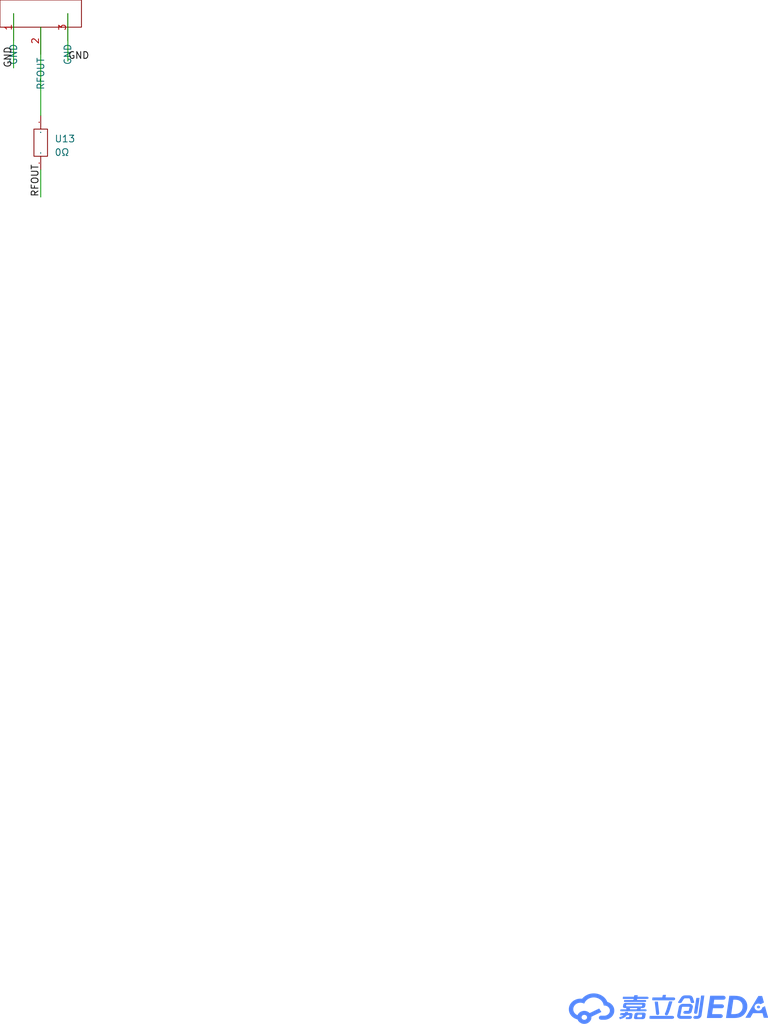
<source format=kicad_sch>
(kicad_sch
	(version 20231120)
	(generator "eeschema")
	(generator_version "8.0")
	(uuid "c6aa1fb3-3fb8-430f-92af-535c31038302")
	(paper "User" 143.713 191.364)
	(lib_symbols
		(symbol "Signal-blo-easyedapro:0Ω"
			(exclude_from_sim no)
			(in_bom yes)
			(on_board yes)
			(property "Reference" "U"
				(at 0 0 0)
				(effects
					(font
						(size 1.27 1.27)
					)
				)
			)
			(property "Value" ""
				(at 0 0 0)
				(effects
					(font
						(size 1.27 1.27)
					)
				)
			)
			(property "Footprint" "Signal-blo-easyedapro:R0603"
				(at 0 0 0)
				(effects
					(font
						(size 1.27 1.27)
					)
					(hide yes)
				)
			)
			(property "Datasheet" ""
				(at 0 0 0)
				(effects
					(font
						(size 1.27 1.27)
					)
					(hide yes)
				)
			)
			(property "Description" ""
				(at 0 0 0)
				(effects
					(font
						(size 1.27 1.27)
					)
					(hide yes)
				)
			)
			(property "Manufacturer Part" "0Ω"
				(at 0 0 0)
				(effects
					(font
						(size 1.27 1.27)
					)
					(hide yes)
				)
			)
			(property "Supplier Part" "C9900083234"
				(at 0 0 0)
				(effects
					(font
						(size 1.27 1.27)
					)
					(hide yes)
				)
			)
			(property "Supplier" "LCSC"
				(at 0 0 0)
				(effects
					(font
						(size 1.27 1.27)
					)
					(hide yes)
				)
			)
			(property "LCSC Part Name" "0Ω"
				(at 0 0 0)
				(effects
					(font
						(size 1.27 1.27)
					)
					(hide yes)
				)
			)
			(symbol "0Ω_1_0"
				(rectangle
					(start -2.54 -1.27)
					(end 2.54 1.27)
					(stroke
						(width 0)
						(type default)
					)
					(fill
						(type none)
					)
				)
				(pin unspecified line
					(at -5.08 0 0)
					(length 2.54)
					(name "1"
						(effects
							(font
								(size 0.0254 0.0254)
							)
						)
					)
					(number "1"
						(effects
							(font
								(size 0.0254 0.0254)
							)
						)
					)
				)
				(pin unspecified line
					(at 5.08 0 180)
					(length 2.54)
					(name "2"
						(effects
							(font
								(size 0.0254 0.0254)
							)
						)
					)
					(number "2"
						(effects
							(font
								(size 0.0254 0.0254)
							)
						)
					)
				)
			)
		)
		(symbol "Signal-blo-easyedapro:Drawing-Symbol_A4"
			(exclude_from_sim no)
			(in_bom yes)
			(on_board yes)
			(property "Reference" ""
				(at 0 0 0)
				(effects
					(font
						(size 1.27 1.27)
					)
				)
			)
			(property "Value" ""
				(at 0 0 0)
				(effects
					(font
						(size 1.27 1.27)
					)
				)
			)
			(property "Footprint" "Signal-blo-easyedapro:"
				(at 0 0 0)
				(effects
					(font
						(size 1.27 1.27)
					)
					(hide yes)
				)
			)
			(property "Datasheet" ""
				(at 0 0 0)
				(effects
					(font
						(size 1.27 1.27)
					)
					(hide yes)
				)
			)
			(property "Description" ""
				(at 0 0 0)
				(effects
					(font
						(size 1.27 1.27)
					)
					(hide yes)
				)
			)
			(symbol "Drawing-Symbol_A4_0_0"
				(polyline
					(pts
						(xy 146.9783 10.146) (xy 146.976 10.1327) (xy 146.973 10.1197) (xy 146.9695 10.1069) (xy 146.9653 10.0944)
						(xy 146.9605 10.082) (xy 146.9552 10.07) (xy 146.9493 10.0583) (xy 146.9428 10.0468) (xy 146.9358 10.0356)
						(xy 146.9283 10.0248) (xy 146.9203 10.0143) (xy 146.9118 10.0042) (xy 146.9029 9.9944) (xy 146.8935 9.985)
						(xy 146.8836 9.976) (xy 146.8733 9.9673) (xy 146.8627 9.9591) (xy 146.8516 9.9514) (xy 146.8402 9.9441)
						(xy 146.8284 9.9372) (xy 146.8163 9.9308) (xy 146.8038 9.9249) (xy 146.7911 9.9195) (xy 146.778 9.9146)
						(xy 146.7647 9.9102) (xy 146.7511 9.9064) (xy 146.7373 9.9031) (xy 146.7233 9.9004) (xy 146.709 9.8983)
						(xy 146.6945 9.8967) (xy 146.6799 9.8958) (xy 146.6651 9.8955) (xy 146.6547 9.8955) (xy 146.6398 9.8959)
						(xy 146.625 9.897) (xy 146.6102 9.899) (xy 146.5956 9.9016) (xy 146.5811 9.905) (xy 146.5668 9.9091)
						(xy 146.5528 9.9138) (xy 146.5391 9.9192) (xy 146.5256 9.9252) (xy 146.5125 9.9318) (xy 146.4999 9.939)
						(xy 146.4876 9.9467) (xy 146.4758 9.955) (xy 146.4646 9.9638) (xy 146.4539 9.973) (xy 146.4438 9.9828)
						(xy 146.434 9.9933) (xy 146.4249 10.0043) (xy 146.4166 10.0158) (xy 146.4089 10.0275) (xy 146.402 10.0397)
						(xy 146.3958 10.0521) (xy 146.3904 10.0648) (xy 146.3856 10.0777) (xy 146.3816 10.0907) (xy 146.3782 10.1039)
						(xy 146.3756 10.1173) (xy 146.3736 10.1306) (xy 146.3724 10.144) (xy 146.3718 10.1574) (xy 146.372 10.1707)
						(xy 146.3728 10.1839) (xy 146.7925 12.8714) (xy 147.4021 12.8714) (xy 146.9783 10.146)
					)
					(stroke
						(width -0.0001)
						(type solid)
					)
					(fill
						(type color)
						(color 85 136 255 1)
					)
				)
				(polyline
					(pts
						(xy 142.3185 12.2147) (xy 142.3164 12.209) (xy 142.2175 11.9012) (xy 142.1192 11.5812) (xy 141.9194 10.9313)
						(xy 141.8159 10.6145) (xy 141.7083 10.3119) (xy 141.5958 10.0302) (xy 141.5373 9.8992) (xy 141.4771 9.7759)
						(xy 141.4663 9.7575) (xy 141.4542 9.7399) (xy 141.4409 9.7233) (xy 141.4266 9.7077) (xy 141.4112 9.693)
						(xy 141.3948 9.6794) (xy 141.3775 9.667) (xy 141.3594 9.6556) (xy 141.3405 9.6454) (xy 141.321 9.6365)
						(xy 141.3008 9.6288) (xy 141.2801 9.6224) (xy 141.2589 9.6174) (xy 141.2373 9.6137) (xy 141.2154 9.6115)
						(xy 141.1932 9.6108) (xy 141.1838 9.6109) (xy 141.1744 9.6115) (xy 141.165 9.6123) (xy 141.1556 9.6134)
						(xy 141.1462 9.6148) (xy 141.1368 9.6164) (xy 141.1274 9.6182) (xy 141.118 9.6203) (xy 141.0867 9.6279)
						(xy 141.0732 9.6328) (xy 141.0602 9.6382) (xy 141.0476 9.6442) (xy 141.0355 9.6508) (xy 141.0239 9.6578)
						(xy 141.0127 9.6653) (xy 141.0021 9.6733) (xy 140.992 9.6817) (xy 140.9823 9.6905) (xy 140.9732 9.6998)
						(xy 140.9647 9.7094) (xy 140.9566 9.7194) (xy 140.9492 9.7297) (xy 140.9422 9.7404) (xy 140.9359 9.7514)
						(xy 140.9301 9.7626) (xy 140.9242 9.7755) (xy 140.9192 9.7886) (xy 140.9148 9.8019) (xy 140.9113 9.8153)
						(xy 140.9086 9.8289) (xy 140.9066 9.8425) (xy 140.9055 9.8561) (xy 140.9051 9.8698) (xy 140.9055 9.8835)
						(xy 140.9066 9.8972) (xy 140.9086 9.9108) (xy 140.9113 9.9243) (xy 140.9148 9.9378) (xy 140.9192 9.951)
						(xy 140.9242 9.9642) (xy 140.9301 9.9771) (xy 140.9842 10.088) (xy 141.0368 10.2068) (xy 141.1382 10.4644)
						(xy 141.2355 10.7434) (xy 141.3297 11.0373) (xy 141.5129 11.6433) (xy 141.604 11.9423) (xy 141.6963 12.2299)
						(xy 142.3226 12.2299) (xy 142.3185 12.2147)
					)
					(stroke
						(width -0.0001)
						(type solid)
					)
					(fill
						(type color)
						(color 85 136 255 1)
					)
				)
				(polyline
					(pts
						(xy 139.8445 9.9733) (xy 139.8455 9.9609) (xy 139.8459 9.9485) (xy 139.8456 9.9362) (xy 139.8447 9.9241)
						(xy 139.8432 9.912) (xy 139.841 9.9001) (xy 139.8383 9.8883) (xy 139.835 9.8766) (xy 139.8311 9.8652)
						(xy 139.8266 9.8539) (xy 139.8216 9.8428) (xy 139.816 9.8319) (xy 139.8099 9.8213) (xy 139.8033 9.8109)
						(xy 139.7962 9.8007) (xy 139.7886 9.7908) (xy 139.7806 9.7812) (xy 139.7721 9.7719) (xy 139.7631 9.763)
						(xy 139.7536 9.7543) (xy 139.7438 9.746) (xy 139.7335 9.738) (xy 139.7229 9.7304) (xy 139.7118 9.7232)
						(xy 139.7004 9.7164) (xy 139.6885 9.71) (xy 139.6764 9.704) (xy 139.6639 9.6985) (xy 139.651 9.6934)
						(xy 139.6379 9.6888) (xy 139.6244 9.6846) (xy 139.6107 9.681) (xy 139.6044 9.6791) (xy 139.5966 9.6778)
						(xy 139.5888 9.6766) (xy 139.5809 9.6756) (xy 139.5731 9.6748) (xy 139.5653 9.6742) (xy 139.5574 9.6738)
						(xy 139.5496 9.6735) (xy 139.5418 9.6734) (xy 139.5287 9.6736) (xy 139.5159 9.6744) (xy 139.5032 9.6756)
						(xy 139.4907 9.6772) (xy 139.4784 9.6794) (xy 139.4664 9.6819) (xy 139.4546 9.6849) (xy 139.443 9.6884)
						(xy 139.4316 9.6922) (xy 139.4206 9.6965) (xy 139.4098 9.7012) (xy 139.3993 9.7063) (xy 139.3891 9.7118)
						(xy 139.3792 9.7177) (xy 139.3696 9.724) (xy 139.3604 9.7306) (xy 139.3515 9.7376) (xy 139.343 9.7449)
						(xy 139.3349 9.7526) (xy 139.3271 9.7606) (xy 139.3197 9.769) (xy 139.3128 9.7776) (xy 139.3063 9.7866)
						(xy 139.3002 9.7959) (xy 139.2945 9.8055) (xy 139.2893 9.8154) (xy 139.2846 9.8255) (xy 139.2803 9.836)
						(xy 139.2765 9.8467) (xy 139.2733 9.8576) (xy 139.2705 9.8688) (xy 139.2683 9.8803) (xy 139.2683 9.8898)
						(xy 139.0011 12.1844) (xy 139.0011 12.1863) (xy 139.5919 12.1863) (xy 139.8445 9.9733)
					)
					(stroke
						(width -0.0001)
						(type solid)
					)
					(fill
						(type color)
						(color 85 136 255 1)
					)
				)
				(polyline
					(pts
						(xy 142.3562 9.5079) (xy 142.3709 9.5068) (xy 142.3853 9.505) (xy 142.3996 9.5024) (xy 142.4136 9.4992)
						(xy 142.4275 9.4953) (xy 142.4411 9.4907) (xy 142.4544 9.4855) (xy 142.4675 9.4797) (xy 142.4803 9.4733)
						(xy 142.4928 9.4662) (xy 142.5049 9.4586) (xy 142.5168 9.4505) (xy 142.5283 9.4418) (xy 142.5394 9.4326)
						(xy 142.5502 9.4229) (xy 142.5597 9.4123) (xy 142.5685 9.4014) (xy 142.5766 9.39) (xy 142.5841 9.3783)
						(xy 142.5909 9.3662) (xy 142.597 9.3538) (xy 142.6024 9.3412) (xy 142.6071 9.3282) (xy 142.611 9.315)
						(xy 142.6142 9.3016) (xy 142.6166 9.288) (xy 142.6183 9.2742) (xy 142.6192 9.2603) (xy 142.6193 9.2462)
						(xy 142.6185 9.2321) (xy 142.617 9.2179) (xy 142.6149 9.2046) (xy 142.6126 9.1915) (xy 142.6097 9.1787)
						(xy 142.6061 9.166) (xy 142.6019 9.1535) (xy 142.5971 9.1413) (xy 142.5917 9.1293) (xy 142.5858 9.1176)
						(xy 142.5793 9.1062) (xy 142.5722 9.0951) (xy 142.5647 9.0843) (xy 142.5567 9.0738) (xy 142.5482 9.0636)
						(xy 142.5392 9.0538) (xy 142.5298 9.0444) (xy 142.52 9.0353) (xy 142.5097 9.0267) (xy 142.4991 9.0184)
						(xy 142.4882 9.0106) (xy 142.4768 9.0032) (xy 142.4652 8.9963) (xy 142.4532 8.9899) (xy 142.4409 8.9839)
						(xy 142.4284 8.9784) (xy 142.4156 8.9735) (xy 142.4025 8.9691) (xy 142.3892 8.9652) (xy 142.3758 8.9618)
						(xy 142.3621 8.9591) (xy 142.3483 8.9569) (xy 142.3343 8.9554) (xy 142.3202 8.9544) (xy 142.3059 8.9541)
						(xy 138.1576 8.9541) (xy 138.1502 8.9543) (xy 138.143 8.9548) (xy 138.1358 8.9556) (xy 138.1288 8.9567)
						(xy 138.122 8.9582) (xy 138.1152 8.96) (xy 138.1087 8.962) (xy 138.1023 8.9643) (xy 138.0961 8.9669)
						(xy 138.09 8.9698) (xy 138.0842 8.9729) (xy 138.0785 8.9763) (xy 138.073 8.9799) (xy 138.0678 8.9837)
						(xy 138.0627 8.9878) (xy 138.0579 8.992) (xy 138.0533 8.9965) (xy 138.049 9.0012) (xy 138.0449 9.006)
						(xy 138.0411 9.011) (xy 138.0375 9.0162) (xy 138.0342 9.0215) (xy 138.0312 9.0269) (xy 138.0284 9.0326)
						(xy 138.026 9.0383) (xy 138.0238 9.0441) (xy 138.022 9.0501) (xy 138.0205 9.0562) (xy 138.0193 9.0623)
						(xy 138.0184 9.0686) (xy 138.0179 9.0749) (xy 138.0177 9.0812) (xy 138.0177 9.0831) (xy 138.0156 9.0831)
						(xy 138.0595 9.5083) (xy 142.3414 9.5083) (xy 142.3562 9.5079)
					)
					(stroke
						(width -0.0001)
						(type solid)
					)
					(fill
						(type color)
						(color 85 136 255 1)
					)
				)
				(polyline
					(pts
						(xy 159.4399 12.0041) (xy 158.8178 11.6928) (xy 158.7955 11.7067) (xy 158.7727 11.7197) (xy 158.7492 11.732)
						(xy 158.7252 11.7435) (xy 158.7007 11.7542) (xy 158.6757 11.764) (xy 158.6501 11.773) (xy 158.6241 11.7811)
						(xy 158.5977 11.7883) (xy 158.5708 11.7946) (xy 158.5436 11.7999) (xy 158.5159 11.8044) (xy 158.488 11.8078)
						(xy 158.4597 11.8103) (xy 158.4311 11.8119) (xy 158.4023 11.8124) (xy 158.3649 11.8115) (xy 158.3281 11.809)
						(xy 158.2917 11.8048) (xy 158.256 11.7989) (xy 158.2209 11.7916) (xy 158.1864 11.7826) (xy 158.1527 11.7723)
						(xy 158.1197 11.7604) (xy 158.0875 11.7472) (xy 158.0562 11.7326) (xy 158.0257 11.7167) (xy 157.9963 11.6995)
						(xy 157.9678 11.681) (xy 157.9403 11.6614) (xy 157.914 11.6407) (xy 157.8887 11.6188) (xy 157.8647 11.5958)
						(xy 157.8418 11.5719) (xy 157.8202 11.5469) (xy 157.8 11.521) (xy 157.781 11.4942) (xy 157.7635 11.4666)
						(xy 157.7475 11.4381) (xy 157.7329 11.4088) (xy 157.7199 11.3788) (xy 157.7085 11.3482) (xy 157.6987 11.3168)
						(xy 157.6905 11.2849) (xy 157.6842 11.2524) (xy 157.6795 11.2194) (xy 157.6767 11.1858) (xy 157.6758 11.1519)
						(xy 157.6767 11.1179) (xy 157.6795 11.0844) (xy 157.6842 11.0514) (xy 157.6905 11.0189) (xy 157.6987 10.987)
						(xy 157.7085 10.9556) (xy 157.7199 10.9249) (xy 157.7329 10.895) (xy 157.7475 10.8657) (xy 157.7635 10.8372)
						(xy 157.781 10.8096) (xy 157.8 10.7828) (xy 157.8202 10.7569) (xy 157.8418 10.7319) (xy 157.8647 10.7079)
						(xy 157.8887 10.685) (xy 157.914 10.6631) (xy 157.9403 10.6424) (xy 157.9678 10.6227) (xy 157.9963 10.6043)
						(xy 158.0257 10.5871) (xy 158.0562 10.5712) (xy 158.0875 10.5566) (xy 158.1197 10.5434) (xy 158.1527 10.5315)
						(xy 158.1864 10.5211) (xy 158.2209 10.5122) (xy 158.256 10.5048) (xy 158.2917 10.499) (xy 158.3281 10.4948)
						(xy 158.3649 10.4923) (xy 158.4023 10.4914) (xy 158.4371 10.4922) (xy 158.4715 10.4944) (xy 158.5055 10.4981)
						(xy 158.5389 10.5031) (xy 158.5718 10.5096) (xy 158.6042 10.5174) (xy 158.6359 10.5265) (xy 158.6669 10.5369)
						(xy 158.6973 10.5485) (xy 158.727 10.5613) (xy 158.7559 10.5753) (xy 158.7841 10.5904) (xy 158.8114 10.6066)
						(xy 158.8378 10.6239) (xy 158.8634 10.6422) (xy 158.888 10.6615) (xy 158.9116 10.6818) (xy 158.9342 10.703)
						(xy 158.9558 10.7251) (xy 158.9763 10.748) (xy 158.9957 10.7718) (xy 159.0139 10.7964) (xy 159.0309 10.8217)
						(xy 159.0467 10.8477) (xy 159.0613 10.8744) (xy 159.0745 10.9018) (xy 159.0864 10.9298) (xy 159.097 10.9584)
						(xy 159.1061 10.9875) (xy 159.1138 11.0172) (xy 159.12 11.0473) (xy 159.1247 11.0779) (xy 159.6257 11.3284)
						(xy 160.2249 9.1534) (xy 159.4065 9.1534) (xy 159.1685 10.0207) (xy 157.3877 10.0207) (xy 156.8783 9.1534)
						(xy 155.9701 9.1534) (xy 158.394 13.232) (xy 159.1038 13.232) (xy 159.4399 12.0041)
					)
					(stroke
						(width -0.0001)
						(type solid)
					)
					(fill
						(type color)
						(color 85 136 255 1)
					)
				)
				(polyline
					(pts
						(xy 158.4338 11.4201) (xy 158.4481 11.419) (xy 158.4622 11.4172) (xy 158.476 11.4148) (xy 158.4896 11.4118)
						(xy 158.5029 11.4082) (xy 158.516 11.4041) (xy 158.5287 11.3994) (xy 158.5412 11.3941) (xy 158.5532 11.3883)
						(xy 158.565 11.3821) (xy 158.5763 11.3753) (xy 158.5873 11.368) (xy 158.5979 11.3603) (xy 158.608 11.3522)
						(xy 158.6177 11.3436) (xy 158.6269 11.3346) (xy 158.6357 11.3252) (xy 158.6439 11.3155) (xy 158.6516 11.3053)
						(xy 158.6589 11.2949) (xy 158.6655 11.2841) (xy 158.6716 11.273) (xy 158.6771 11.2616) (xy 158.682 11.2499)
						(xy 158.6863 11.2379) (xy 158.69 11.2258) (xy 158.693 11.2133) (xy 158.6953 11.2007) (xy 158.6969 11.1878)
						(xy 158.6979 11.1748) (xy 158.6981 11.1616) (xy 158.6976 11.1485) (xy 158.6963 11.1355) (xy 158.6944 11.1227)
						(xy 158.6918 11.1101) (xy 158.6885 11.0977) (xy 158.6845 11.0856) (xy 158.68 11.0737) (xy 158.6748 11.0621)
						(xy 158.669 11.0508) (xy 158.6627 11.0398) (xy 158.6557 11.0292) (xy 158.6483 11.0189) (xy 158.6403 11.0089)
						(xy 158.6318 10.9993) (xy 158.6229 10.9901) (xy 158.6134 10.9813) (xy 158.6035 10.9729) (xy 158.5932 10.9649)
						(xy 158.5825 10.9574) (xy 158.5714 10.9504) (xy 158.5598 10.9438) (xy 158.548 10.9378) (xy 158.5358 10.9322)
						(xy 158.5232 10.9272) (xy 158.5104 10.9228) (xy 158.4972 10.9189) (xy 158.4838 10.9156) (xy 158.4701 10.9128)
						(xy 158.4562 10.9107) (xy 158.4421 10.9092) (xy 158.4278 10.9084) (xy 158.4133 10.9082) (xy 158.3988 10.9086)
						(xy 158.3845 10.9098) (xy 158.3704 10.9115) (xy 158.3565 10.9139) (xy 158.3429 10.9169) (xy 158.3296 10.9205)
						(xy 158.3166 10.9247) (xy 158.3038 10.9294) (xy 158.2914 10.9346) (xy 158.2793 10.9404) (xy 158.2676 10.9467)
						(xy 158.2562 10.9534) (xy 158.2453 10.9607) (xy 158.2347 10.9684) (xy 158.2246 10.9766) (xy 158.2149 10.9851)
						(xy 158.2057 10.9941) (xy 158.1969 11.0035) (xy 158.1887 11.0133) (xy 158.1809 11.0234) (xy 158.1737 11.0338)
						(xy 158.1671 11.0446) (xy 158.161 11.0557) (xy 158.1554 11.0672) (xy 158.1505 11.0788) (xy 158.1462 11.0908)
						(xy 158.1426 11.103) (xy 158.1396 11.1154) (xy 158.1373 11.128) (xy 158.1356 11.1409) (xy 158.1347 11.1539)
						(xy 158.1345 11.1671) (xy 158.135 11.1803) (xy 158.1362 11.1933) (xy 158.1382 11.2061) (xy 158.1408 11.2187)
						(xy 158.1441 11.231) (xy 158.148 11.2432) (xy 158.1526 11.255) (xy 158.1578 11.2666) (xy 158.1636 11.2779)
						(xy 158.1699 11.2889) (xy 158.1768 11.2995) (xy 158.1843 11.3099) (xy 158.1922 11.3198) (xy 158.2007 11.3294)
						(xy 158.2097 11.3386) (xy 158.2191 11.3474) (xy 158.229 11.3558) (xy 158.2393 11.3638) (xy 158.2501 11.3713)
						(xy 158.2612 11.3783) (xy 158.2727 11.3849) (xy 158.2846 11.3909) (xy 158.2968 11.3965) (xy 158.3093 11.4015)
						(xy 158.3222 11.4059) (xy 158.3353 11.4099) (xy 158.3488 11.4132) (xy 158.3624 11.4159) (xy 158.3763 11.418)
						(xy 158.3905 11.4195) (xy 158.4048 11.4204) (xy 158.4193 11.4206) (xy 158.4338 11.4201)
					)
					(stroke
						(width -0.0001)
						(type solid)
					)
					(fill
						(type color)
						(color 85 136 255 1)
					)
				)
				(polyline
					(pts
						(xy 147.7653 9.6354) (xy 147.7561 9.5831) (xy 147.7432 9.532) (xy 147.7269 9.4824) (xy 147.7072 9.4344)
						(xy 147.6842 9.388) (xy 147.6581 9.3433) (xy 147.6288 9.3005) (xy 147.5965 9.2597) (xy 147.5613 9.2208)
						(xy 147.5233 9.1842) (xy 147.4825 9.1497) (xy 147.4392 9.1177) (xy 147.3933 9.088) (xy 147.3449 9.0609)
						(xy 147.2942 9.0365) (xy 147.2413 9.0148) (xy 147.2236 9.0073) (xy 147.2058 9.0002) (xy 147.1878 8.9937)
						(xy 147.1696 8.9877) (xy 147.1512 8.9822) (xy 147.1326 8.9773) (xy 147.1139 8.9728) (xy 147.0949 8.9688)
						(xy 147.0757 8.9653) (xy 147.0563 8.9623) (xy 147.0366 8.9598) (xy 147.0167 8.9577) (xy 146.9966 8.9561)
						(xy 146.9761 8.955) (xy 146.9554 8.9543) (xy 146.9344 8.9541) (xy 146.519 8.9541) (xy 146.5041 8.9545)
						(xy 146.4893 8.9557) (xy 146.4745 8.9576) (xy 146.4599 8.9603) (xy 146.4454 8.9636) (xy 146.4311 8.9677)
						(xy 146.4171 8.9724) (xy 146.4034 8.9778) (xy 146.3899 8.9838) (xy 146.3768 8.9904) (xy 146.3642 8.9976)
						(xy 146.3519 9.0053) (xy 146.3401 9.0136) (xy 146.3289 9.0224) (xy 146.3182 9.0317) (xy 146.3081 9.0414)
						(xy 146.2986 9.0519) (xy 146.2898 9.0628) (xy 146.2817 9.0741) (xy 146.2742 9.0857) (xy 146.2674 9.0976)
						(xy 146.2613 9.1098) (xy 146.2559 9.1223) (xy 146.2512 9.1351) (xy 146.2473 9.1481) (xy 146.2441 9.1614)
						(xy 146.2416 9.1748) (xy 146.24 9.1885) (xy 146.2391 9.2023) (xy 146.239 9.2162) (xy 146.2397 9.2303)
						(xy 146.2413 9.2445) (xy 146.2434 9.254) (xy 146.2457 9.267) (xy 146.2486 9.2799) (xy 146.2523 9.2926)
						(xy 146.2565 9.305) (xy 146.2613 9.3173) (xy 146.2668 9.3292) (xy 146.2728 9.3409) (xy 146.2794 9.3524)
						(xy 146.2865 9.3635) (xy 146.2941 9.3743) (xy 146.3023 9.3848) (xy 146.3109 9.3949) (xy 146.32 9.4047)
						(xy 146.3295 9.4142) (xy 146.3395 9.4232) (xy 146.3499 9.4319) (xy 146.3606 9.4401) (xy 146.3717 9.448)
						(xy 146.3832 9.4553) (xy 146.3951 9.4622) (xy 146.4072 9.4687) (xy 146.4197 9.4747) (xy 146.4324 9.4801)
						(xy 146.4454 9.4851) (xy 146.4586 9.4895) (xy 146.4721 9.4934) (xy 146.4857 9.4967) (xy 146.4996 9.4995)
						(xy 146.5136 9.5016) (xy 146.5278 9.5032) (xy 146.5421 9.5042) (xy 146.5565 9.5045) (xy 146.972 9.5045)
						(xy 146.9813 9.5047) (xy 146.9903 9.5052) (xy 146.9991 9.5061) (xy 147.0077 9.5074) (xy 147.0162 9.509)
						(xy 147.0244 9.511) (xy 147.0325 9.5134) (xy 147.0404 9.5161) (xy 147.0481 9.5192) (xy 147.0557 9.5227)
						(xy 147.0632 9.5266) (xy 147.0706 9.5309) (xy 147.0779 9.5356) (xy 147.0851 9.5406) (xy 147.0923 9.5461)
						(xy 147.0993 9.5519) (xy 147.1066 9.5591) (xy 147.1135 9.5665) (xy 147.1201 9.574) (xy 147.1263 9.5816)
						(xy 147.1321 9.5894) (xy 147.1376 9.5972) (xy 147.1427 9.6052) (xy 147.1474 9.6131) (xy 147.1517 9.6212)
						(xy 147.1556 9.6292) (xy 147.1591 9.6373) (xy 147.1622 9.6453) (xy 147.1649 9.6534) (xy 147.1671 9.6614)
						(xy 147.1689 9.6693) (xy 147.1703 9.6772) (xy 147.686 13.3098) (xy 148.2893 13.3098) (xy 147.7653 9.6354)
					)
					(stroke
						(width -0.0001)
						(type solid)
					)
					(fill
						(type color)
						(color 85 136 255 1)
					)
				)
				(polyline
					(pts
						(xy 141.0303 12.9587) (xy 142.5439 12.9587) (xy 142.5599 12.9584) (xy 142.5756 12.9573) (xy 142.5911 12.9555)
						(xy 142.6063 12.9531) (xy 142.6212 12.9499) (xy 142.6358 12.946) (xy 142.6501 12.9414) (xy 142.664 12.9362)
						(xy 142.6775 12.9302) (xy 142.6906 12.9236) (xy 142.7032 12.9163) (xy 142.7154 12.9083) (xy 142.7271 12.8996)
						(xy 142.7382 12.8902) (xy 142.7489 12.8802) (xy 142.759 12.8695) (xy 142.7684 12.859) (xy 142.7772 12.8481)
						(xy 142.7852 12.8368) (xy 142.7926 12.8252) (xy 142.7992 12.8133) (xy 142.8051 12.801) (xy 142.8103 12.7884)
						(xy 142.8148 12.7756) (xy 142.8185 12.7625) (xy 142.8216 12.7491) (xy 142.8238 12.7355) (xy 142.8253 12.7217)
						(xy 142.8261 12.7076) (xy 142.826 12.6934) (xy 142.8252 12.6791) (xy 142.8237 12.6645) (xy 142.8237 12.6607)
						(xy 142.8214 12.6477) (xy 142.8185 12.6348) (xy 142.8149 12.6222) (xy 142.8107 12.6098) (xy 142.806 12.5977)
						(xy 142.8006 12.5858) (xy 142.7947 12.5742) (xy 142.7883 12.5629) (xy 142.7813 12.552) (xy 142.7738 12.5413)
						(xy 142.7657 12.531) (xy 142.7573 12.521) (xy 142.7483 12.5113) (xy 142.7389 12.5021) (xy 142.729 12.4932)
						(xy 142.7188 12.4847) (xy 142.7081 12.4766) (xy 142.697 12.469) (xy 142.6856 12.4618) (xy 142.6738 12.4551)
						(xy 142.6617 12.4488) (xy 142.6493 12.443) (xy 142.6365 12.4376) (xy 142.6235 12.4328) (xy 142.6101 12.4285)
						(xy 142.5965 12.4248) (xy 142.5827 12.4215) (xy 142.5687 12.4189) (xy 142.5544 12.4168) (xy 142.54 12.4152)
						(xy 142.5253 12.4143) (xy 142.5105 12.414) (xy 138.6733 12.414) (xy 138.6733 12.4159) (xy 138.6661 12.4163)
						(xy 138.659 12.4169) (xy 138.652 12.4179) (xy 138.6452 12.4191) (xy 138.6385 12.4207) (xy 138.6319 12.4225)
						(xy 138.6254 12.4246) (xy 138.6192 12.427) (xy 138.613 12.4296) (xy 138.6071 12.4325) (xy 138.6013 12.4356)
						(xy 138.5957 12.439) (xy 138.5903 12.4426) (xy 138.5852 12.4464) (xy 138.5802 12.4504) (xy 138.5754 12.4546)
						(xy 138.5709 12.459) (xy 138.5666 12.4636) (xy 138.5625 12.4684) (xy 138.5587 12.4733) (xy 138.5552 12.4784)
						(xy 138.5519 12.4837) (xy 138.5489 12.4891) (xy 138.5462 12.4946) (xy 138.5437 12.5003) (xy 138.5416 12.5061)
						(xy 138.5398 12.512) (xy 138.5382 12.5181) (xy 138.5371 12.5242) (xy 138.5362 12.5304) (xy 138.5357 12.5367)
						(xy 138.5355 12.5431) (xy 138.5355 12.5499) (xy 138.5356 12.5531) (xy 138.5358 12.5561) (xy 138.536 12.5591)
						(xy 138.5362 12.5606) (xy 138.5364 12.562) (xy 138.5366 12.5635) (xy 138.5369 12.5649) (xy 138.5372 12.5663)
						(xy 138.5376 12.5677) (xy 138.5772 12.9568) (xy 140.4228 12.9587) (xy 140.4917 13.325) (xy 140.4926 13.331)
						(xy 140.4938 13.3369) (xy 140.4953 13.3427) (xy 140.4971 13.3484) (xy 140.4991 13.3539) (xy 140.5014 13.3593)
						(xy 140.5039 13.3646) (xy 140.5067 13.3697) (xy 140.5097 13.3747) (xy 140.513 13.3796) (xy 140.5165 13.3843)
						(xy 140.5201 13.3888) (xy 140.524 13.3932) (xy 140.5281 13.3974) (xy 140.5324 13.4014) (xy 140.5368 13.4052)
						(xy 140.5415 13.4089) (xy 140.5463 13.4123) (xy 140.5513 13.4155) (xy 140.5564 13.4186) (xy 140.5617 13.4214)
						(xy 140.5671 13.424) (xy 140.5726 13.4264) (xy 140.5783 13.4286) (xy 140.5841 13.4305) (xy 140.59 13.4322)
						(xy 140.596 13.4336) (xy 140.6021 13.4348) (xy 140.6083 13.4358) (xy 140.6146 13.4365) (xy 140.621 13.4369)
						(xy 140.6274 13.437) (xy 141.1097 13.437) (xy 141.0303 12.9587)
					)
					(stroke
						(width -0.0001)
						(type solid)
					)
					(fill
						(type color)
						(color 85 136 255 1)
					)
				)
				(polyline
					(pts
						(xy 133.9675 10.0549) (xy 134.4623 10.0549) (xy 134.4906 10.0545) (xy 134.5177 10.0533) (xy 134.5438 10.0514)
						(xy 134.5687 10.0486) (xy 134.5926 10.0451) (xy 134.6154 10.0408) (xy 134.6372 10.0357) (xy 134.6578 10.0297)
						(xy 134.6774 10.023) (xy 134.6959 10.0155) (xy 134.7134 10.0072) (xy 134.7298 9.998) (xy 134.7451 9.9881)
						(xy 134.7593 9.9773) (xy 134.7725 9.9657) (xy 134.7846 9.9533) (xy 134.7957 9.9401) (xy 134.8057 9.9261)
						(xy 134.8147 9.9112) (xy 134.8226 9.8955) (xy 134.8294 9.8789) (xy 134.8352 9.8616) (xy 134.84 9.8433)
						(xy 134.8437 9.8243) (xy 134.8464 9.8044) (xy 134.848 9.7836) (xy 134.8486 9.762) (xy 134.8482 9.7396)
						(xy 134.8467 9.7162) (xy 134.8442 9.6921) (xy 134.8406 9.667) (xy 134.836 9.6411) (xy 134.7692 9.2881)
						(xy 134.7663 9.2625) (xy 134.7626 9.2379) (xy 134.758 9.2143) (xy 134.7527 9.1918) (xy 134.7465 9.1702)
						(xy 134.7394 9.1496) (xy 134.7315 9.1299) (xy 134.7228 9.1112) (xy 134.7131 9.0934) (xy 134.7026 9.0765)
						(xy 134.6912 9.0605) (xy 134.6788 9.0454) (xy 134.6655 9.0311) (xy 134.6513 9.0177) (xy 134.6361 9.0051)
						(xy 134.62 8.9932) (xy 134.6028 8.9822) (xy 134.5847 8.9719) (xy 134.5656 8.9624) (xy 134.5455 8.9536)
						(xy 134.5243 8.9455) (xy 134.5021 8.9381) (xy 134.4788 8.9314) (xy 134.4545 8.9254) (xy 134.4291 8.92)
						(xy 134.4026 8.9153) (xy 134.3463 8.9076) (xy 134.2856 8.9022) (xy 134.2202 8.899) (xy 133.5938 8.899)
						(xy 133.5938 9.2634) (xy 133.9822 9.2634) (xy 134.0112 9.264) (xy 134.0381 9.2657) (xy 134.063 9.2685)
						(xy 134.086 9.2723) (xy 134.107 9.2771) (xy 134.1262 9.2829) (xy 134.1438 9.2896) (xy 134.1596 9.2971)
						(xy 134.1739 9.3056) (xy 134.1867 9.3148) (xy 134.1981 9.3248) (xy 134.2082 9.3355) (xy 134.2171 9.3469)
						(xy 134.2247 9.359) (xy 134.2313 9.3717) (xy 134.2369 9.3849) (xy 134.264 9.495) (xy 134.2663 9.5039)
						(xy 134.268 9.5126) (xy 134.2692 9.521) (xy 134.2698 9.5291) (xy 134.2698 9.5369) (xy 134.2694 9.5444)
						(xy 134.2683 9.5517) (xy 134.2667 9.5587) (xy 134.2646 9.5654) (xy 134.2619 9.5718) (xy 134.2587 9.5779)
						(xy 134.2549 9.5838) (xy 134.2506 9.5893) (xy 134.2457 9.5946) (xy 134.2402 9.5996) (xy 134.2343 9.6044)
						(xy 134.2277 9.6088) (xy 134.2206 9.613) (xy 134.213 9.6168) (xy 134.2048 9.6204) (xy 134.1961 9.6237)
						(xy 134.1868 9.6267) (xy 134.1769 9.6295) (xy 134.1665 9.6319) (xy 134.1556 9.6341) (xy 134.1441 9.6359)
						(xy 134.1321 9.6375) (xy 134.1195 9.6388) (xy 134.1063 9.6398) (xy 134.0926 9.6406) (xy 134.0784 9.641)
						(xy 134.0636 9.6411) (xy 133.7964 9.6411) (xy 133.747 9.5746) (xy 133.6944 9.5116) (xy 133.6383 9.4519)
						(xy 133.5785 9.3953) (xy 133.5148 9.3416) (xy 133.4471 9.2906) (xy 133.375 9.2422) (xy 133.2984 9.1961)
						(xy 133.2172 9.1521) (xy 133.131 9.11) (xy 133.0398 9.0698) (xy 132.9432 9.031) (xy 132.8411 8.9936)
						(xy 132.7334 8.9574) (xy 132.6197 8.9221) (xy 132.4999 8.8877) (xy 132.3391 9.2521) (xy 132.4883 9.2951)
						(xy 132.6174 9.3348) (xy 132.6756 9.3541) (xy 132.7302 9.3734) (xy 132.7817 9.393) (xy 132.8305 9.4131)
						(xy 132.8772 9.4342) (xy 132.9221 9.4564) (xy 132.9658 9.48) (xy 133.0088 9.5053) (xy 133.0515 9.5327)
						(xy 133.0943 9.5624) (xy 133.1379 9.5946) (xy 133.1826 9.6297) (xy 132.5416 9.6297) (xy 132.6084 10.0435)
						(xy 133.3976 10.0435) (xy 133.3977 10.0461) (xy 133.3982 10.0495) (xy 133.3989 10.0537) (xy 133.4 10.0587)
						(xy 133.403 10.0709) (xy 133.4073 10.0857) (xy 133.4099 10.094) (xy 133.4128 10.1028) (xy 133.416 10.1122)
						(xy 133.4196 10.122) (xy 133.4235 10.1322) (xy 133.4278 10.1428) (xy 133.4323 10.1537) (xy 133.4373 10.165)
						(xy 133.4386 10.1696) (xy 133.4401 10.1741) (xy 133.4419 10.1785) (xy 133.4438 10.1828) (xy 133.446 10.187)
						(xy 133.4484 10.1912) (xy 133.451 10.1952) (xy 133.4538 10.1991) (xy 133.4568 10.2029) (xy 133.46 10.2066)
						(xy 133.4633 10.2102) (xy 133.4668 10.2137) (xy 133.4704 10.217) (xy 133.4742 10.2202) (xy 133.4781 10.2233)
						(xy 133.4822 10.2262) (xy 133.4863 10.2289) (xy 133.4906 10.2316) (xy 133.495 10.234) (xy 133.4995 10.2364)
						(xy 133.5041 10.2385) (xy 133.5087 10.2405) (xy 133.5135 10.2423) (xy 133.5183 10.244) (xy 133.5232 10.2454)
						(xy 133.5281 10.2467) (xy 133.5331 10.2478) (xy 133.5381 10.2487) (xy 133.5431 10.2494) (xy 133.5482 10.25)
						(xy 133.5533 10.2503) (xy 133.5584 10.2504) (xy 134.026 10.2504) (xy 133.9675 10.0549)
					)
					(stroke
						(width -0.0001)
						(type solid)
					)
					(fill
						(type color)
						(color 85 136 255 1)
					)
				)
				(polyline
					(pts
						(xy 153.8138 13.2729) (xy 153.9352 13.2704) (xy 154.0526 13.2662) (xy 154.1658 13.2602) (xy 154.275 13.2526)
						(xy 154.38 13.2433) (xy 154.481 13.2322) (xy 154.5778 13.2195) (xy 154.6706 13.205) (xy 154.7593 13.1888)
						(xy 154.844 13.1709) (xy 154.9245 13.1513) (xy 155.001 13.1299) (xy 155.0734 13.1069) (xy 155.1417 13.0821)
						(xy 155.206 13.0555) (xy 155.2675 13.0271) (xy 155.3276 12.9968) (xy 155.3863 12.9645) (xy 155.4435 12.9303)
						(xy 155.4993 12.894) (xy 155.5537 12.8559) (xy 155.6066 12.8158) (xy 155.658 12.7737) (xy 155.7079 12.7296)
						(xy 155.7564 12.6836) (xy 155.8034 12.6357) (xy 155.8489 12.5858) (xy 155.893 12.5339) (xy 155.9355 12.4801)
						(xy 155.9765 12.4243) (xy 156.016 12.3666) (xy 156.0536 12.3073) (xy 156.0887 12.2469) (xy 156.1215 12.1854)
						(xy 156.1518 12.1228) (xy 156.1798 12.059) (xy 156.2053 11.9941) (xy 156.2284 11.9281) (xy 156.2491 11.861)
						(xy 156.2673 11.7927) (xy 156.2832 11.7233) (xy 156.2966 11.6528) (xy 156.3076 11.5811) (xy 156.3161 11.5083)
						(xy 156.3222 11.4343) (xy 156.3259 11.3591) (xy 156.3271 11.2828) (xy 156.3258 11.2049) (xy 156.322 11.1277)
						(xy 156.3156 11.0512) (xy 156.3066 10.9754) (xy 156.2951 10.9004) (xy 156.281 10.826) (xy 156.2642 10.7524)
						(xy 156.2449 10.6795) (xy 156.2229 10.6074) (xy 156.1983 10.536) (xy 156.1711 10.4653) (xy 156.1413 10.3954)
						(xy 156.1087 10.3262) (xy 156.0735 10.2578) (xy 156.0357 10.1901) (xy 155.9952 10.1232) (xy 155.9533 10.0585)
						(xy 155.9101 9.996) (xy 155.8655 9.9357) (xy 155.8195 9.8777) (xy 155.772 9.8218) (xy 155.7232 9.7682)
						(xy 155.673 9.7169) (xy 155.6214 9.6677) (xy 155.5685 9.6208) (xy 155.5142 9.5761) (xy 155.4585 9.5336)
						(xy 155.4015 9.4933) (xy 155.3432 9.4553) (xy 155.2835 9.4195) (xy 155.2224 9.3859) (xy 155.1601 9.3545)
						(xy 155.0955 9.3252) (xy 155.0279 9.2978) (xy 154.9573 9.2722) (xy 154.8837 9.2485) (xy 154.807 9.2267)
						(xy 154.7272 9.2068) (xy 154.6444 9.1887) (xy 154.5585 9.1726) (xy 154.4696 9.1583) (xy 154.3776 9.1459)
						(xy 154.2826 9.1355) (xy 154.1845 9.1269) (xy 154.0833 9.1202) (xy 153.979 9.1154) (xy 153.8717 9.1126)
						(xy 153.7613 9.1116) (xy 152.3375 9.1116) (xy 152.4471 9.8404) (xy 153.3124 9.8404) (xy 153.5964 9.8404)
						(xy 153.7543 9.8421) (xy 153.9009 9.8471) (xy 153.9699 9.8508) (xy 154.0361 9.8552) (xy 154.0995 9.8605)
						(xy 154.16 9.8665) (xy 154.2177 9.8733) (xy 154.2726 9.8808) (xy 154.3246 9.8891) (xy 154.3738 9.8981)
						(xy 154.4201 9.9078) (xy 154.4636 9.9182) (xy 154.5043 9.9292) (xy 154.5421 9.941) (xy 154.5931 9.9592)
						(xy 154.6428 9.9791) (xy 154.6912 10.0005) (xy 154.7382 10.0236) (xy 154.784 10.0482) (xy 154.8284 10.0745)
						(xy 154.8716 10.1023) (xy 154.9134 10.1318) (xy 154.954 10.1628) (xy 154.9933 10.1955) (xy 155.0312 10.2297)
						(xy 155.0679 10.2656) (xy 155.1033 10.303) (xy 155.1374 10.3421) (xy 155.1703 10.3827) (xy 155.2018 10.425)
						(xy 155.2318 10.4683) (xy 155.2598 10.5129) (xy 155.286 10.5587) (xy 155.3101 10.6057) (xy 155.3324 10.654)
						(xy 155.3527 10.7035) (xy 155.371 10.7543) (xy 155.3874 10.8062) (xy 155.4017 10.8594) (xy 155.4141 10.9138)
						(xy 155.4245 10.9695) (xy 155.4329 11.0263) (xy 155.4392 11.0844) (xy 155.4435 11.1436) (xy 155.4458 11.2041)
						(xy 155.4461 11.2658) (xy 155.4454 11.3169) (xy 155.4433 11.3669) (xy 155.4399 11.416) (xy 155.4351 11.464)
						(xy 155.429 11.5109) (xy 155.4214 11.5569) (xy 155.4125 11.6017) (xy 155.4022 11.6456) (xy 155.3906 11.6884)
						(xy 155.3776 11.7302) (xy 155.3632 11.7709) (xy 155.3474 11.8105) (xy 155.3303 11.8491) (xy 155.3118 11.8866)
						(xy 155.2919 11.9231) (xy 155.2707 11.9585) (xy 155.2482 11.9929) (xy 155.2246 12.0262) (xy 155.1999 12.0586)
						(xy 155.1741 12.0899) (xy 155.1471 12.1202) (xy 155.119 12.1495) (xy 155.0899 12.1779) (xy 155.0596 12.2052)
						(xy 155.0282 12.2316) (xy 154.9957 12.257) (xy 154.9622 12.2815) (xy 154.9275 12.3049) (xy 154.8918 12.3275)
						(xy 154.8549 12.349) (xy 154.817 12.3697) (xy 154.778 12.3893) (xy 154.7373 12.4079) (xy 154.6949 12.4253)
						(xy 154.6509 12.4414) (xy 154.6053 12.4563) (xy 154.5581 12.47) (xy 154.5093 12.4824) (xy 154.4588 12.4937)
						(xy 154.4067 12.5037) (xy 154.3529 12.5125) (xy 154.2975 12.5202) (xy 154.2404 12.5266) (xy 154.1817 12.5319)
						(xy 154.1214 12.536) (xy 154.0594 12.5389) (xy 153.9957 12.5406) (xy 153.9304 12.5412) (xy 153.7154 12.5412)
						(xy 153.3124 9.8404) (xy 152.4471 9.8404) (xy 152.9638 13.2738) (xy 153.6882 13.2738) (xy 153.8138 13.2729)
					)
					(stroke
						(width -0.0001)
						(type solid)
					)
					(fill
						(type color)
						(color 85 136 255 1)
					)
				)
				(polyline
					(pts
						(xy 151.8718 13.2771) (xy 151.8924 13.2757) (xy 151.9126 13.2733) (xy 151.9326 13.2701) (xy 151.9521 13.2659)
						(xy 151.9714 13.261) (xy 151.9902 13.2551) (xy 152.0086 13.2485) (xy 152.0265 13.2411) (xy 152.044 13.2329)
						(xy 152.061 13.224) (xy 152.0774 13.2143) (xy 152.0934 13.204) (xy 152.1087 13.1929) (xy 152.1234 13.1812)
						(xy 152.1376 13.1689) (xy 152.151 13.156) (xy 152.1638 13.1425) (xy 152.1759 13.1284) (xy 152.1873 13.1137)
						(xy 152.1979 13.0986) (xy 152.2078 13.0829) (xy 152.2168 13.0668) (xy 152.225 13.0502) (xy 152.2324 13.0332)
						(xy 152.2389 13.0157) (xy 152.2445 12.9979) (xy 152.2492 12.9797) (xy 152.2529 12.9612) (xy 152.2557 12.9423)
						(xy 152.2574 12.9231) (xy 152.2581 12.9037) (xy 152.2576 12.8848) (xy 152.256 12.8661) (xy 152.2534 12.8477)
						(xy 152.2499 12.8296) (xy 152.2454 12.8118) (xy 152.2399 12.7943) (xy 152.2335 12.7772) (xy 152.2263 12.7605)
						(xy 152.2181 12.7442) (xy 152.2092 12.7283) (xy 152.1994 12.7129) (xy 152.1889 12.6979) (xy 152.1776 12.6835)
						(xy 152.1655 12.6696) (xy 152.1528 12.6562) (xy 152.1394 12.6434) (xy 152.1253 12.6312) (xy 152.1106 12.6197)
						(xy 152.0953 12.6087) (xy 152.0794 12.5984) (xy 152.063 12.5889) (xy 152.046 12.58) (xy 152.0286 12.5718)
						(xy 152.0106 12.5645) (xy 151.9922 12.5579) (xy 151.9734 12.5521) (xy 151.9542 12.5471) (xy 151.9346 12.543)
						(xy 151.9147 12.5397) (xy 151.8945 12.5374) (xy 151.8739 12.536) (xy 151.8531 12.5355) (xy 150.1412 12.5336)
						(xy 150.0096 11.67) (xy 151.6151 11.67) (xy 151.633 11.667) (xy 151.6505 11.6633) (xy 151.6678 11.6588)
						(xy 151.6848 11.6538) (xy 151.7014 11.648) (xy 151.7176 11.6416) (xy 151.7335 11.6346) (xy 151.749 11.627)
						(xy 151.764 11.6188) (xy 151.7787 11.61) (xy 151.7928 11.6007) (xy 151.8065 11.5909) (xy 151.8197 11.5805)
						(xy 151.8324 11.5696) (xy 151.8446 11.5583) (xy 151.8562 11.5464) (xy 151.8673 11.5341) (xy 151.8778 11.5214)
						(xy 151.8877 11.5083) (xy 151.8969 11.4948) (xy 151.9056 11.4809) (xy 151.9136 11.4666) (xy 151.9209 11.452)
						(xy 151.9275 11.437) (xy 151.9334 11.4218) (xy 151.9386 11.4062) (xy 151.943 11.3904) (xy 151.9467 11.3742)
						(xy 151.9495 11.3579) (xy 151.9516 11.3413) (xy 151.9529 11.3245) (xy 151.9533 11.3075) (xy 151.9528 11.2886)
						(xy 151.9512 11.2699) (xy 151.9486 11.2515) (xy 151.9451 11.2334) (xy 151.9405 11.2156) (xy 151.9351 11.1981)
						(xy 151.9287 11.181) (xy 151.9214 11.1643) (xy 151.9133 11.148) (xy 151.9044 11.1321) (xy 151.8946 11.1167)
						(xy 151.8841 11.1018) (xy 151.8728 11.0873) (xy 151.8607 11.0734) (xy 151.848 11.0601) (xy 151.8346 11.0473)
						(xy 151.8205 11.0351) (xy 151.8058 11.0235) (xy 151.7905 11.0126) (xy 151.7746 11.0023) (xy 151.7582 10.9927)
						(xy 151.7412 10.9838) (xy 151.7238 10.9757) (xy 151.7058 10.9683) (xy 151.6874 10.9617) (xy 151.6686 10.9559)
						(xy 151.6494 10.9509) (xy 151.6298 10.9468) (xy 151.6099 10.9436) (xy 151.5897 10.9412) (xy 151.5691 10.9398)
						(xy 151.5483 10.9393) (xy 149.899 10.9412) (xy 149.7299 9.8385) (xy 151.3312 9.8404) (xy 151.3516 9.84)
						(xy 151.3718 9.8386) (xy 151.3917 9.8363) (xy 151.4112 9.8331) (xy 151.4305 9.8291) (xy 151.4494 9.8242)
						(xy 151.4679 9.8185) (xy 151.486 9.8121) (xy 151.5036 9.8048) (xy 151.5208 9.7969) (xy 151.5375 9.7882)
						(xy 151.5537 9.7788) (xy 151.5693 9.7687) (xy 151.5844 9.758) (xy 151.5989 9.7466) (xy 151.6127 9.7346)
						(xy 151.626 9.722) (xy 151.6385 9.7089) (xy 151.6504 9.6952) (xy 151.6616 9.681) (xy 151.672 9.6663)
						(xy 151.6816 9.6511) (xy 151.6904 9.6355) (xy 151.6984 9.6194) (xy 151.7056 9.6029) (xy 151.7119 9.5861)
						(xy 151.7173 9.5688) (xy 151.7218 9.5513) (xy 151.7253 9.5333) (xy 151.7279 9.5151) (xy 151.7294 9.4967)
						(xy 151.7299 9.4779) (xy 151.7294 9.4595) (xy 151.7279 9.4414) (xy 151.7254 9.4235) (xy 151.722 9.4058)
						(xy 151.7176 9.3885) (xy 151.7123 9.3715) (xy 151.7061 9.3548) (xy 151.6991 9.3385) (xy 151.6913 9.3226)
						(xy 151.6826 9.3071) (xy 151.6732 9.2921) (xy 151.663 9.2775) (xy 151.6521 9.2634) (xy 151.6404 9.2497)
						(xy 151.6281 9.2366) (xy 151.6151 9.2241) (xy 151.6015 9.2121) (xy 151.5872 9.2007) (xy 151.5724 9.1899)
						(xy 151.557 9.1797) (xy 151.5411 9.1702) (xy 151.5247 9.1614) (xy 151.5077 9.1533) (xy 151.4904 9.1459)
						(xy 151.4725 9.1392) (xy 151.4543 9.1334) (xy 151.4356 9.1283) (xy 151.4166 9.124) (xy 151.3973 9.1205)
						(xy 151.3776 9.1179) (xy 151.3577 9.1162) (xy 151.3374 9.1154) (xy 148.7549 9.1154) (xy 149.3812 13.2776)
						(xy 151.851 13.2776) (xy 151.8718 13.2771)
					)
					(stroke
						(width -0.0001)
						(type solid)
					)
					(fill
						(type color)
						(color 85 136 255 1)
					)
				)
				(polyline
					(pts
						(xy 135.7734 13.0916) (xy 137.619 13.0916) (xy 137.6314 13.0913) (xy 137.6437 13.0903) (xy 137.6558 13.0887)
						(xy 137.6676 13.0866) (xy 137.6793 13.0839) (xy 137.6907 13.0805) (xy 137.7018 13.0767) (xy 137.7127 13.0723)
						(xy 137.7232 13.0674) (xy 137.7335 13.062) (xy 137.7434 13.0561) (xy 137.753 13.0497) (xy 137.7622 13.0429)
						(xy 137.7711 13.0357) (xy 137.7795 13.028) (xy 137.7876 13.0199) (xy 137.7952 13.0115) (xy 137.8023 13.0026)
						(xy 137.8091 12.9934) (xy 137.8153 12.9839) (xy 137.821 12.974) (xy 137.8262 12.9639) (xy 137.8309 12.9534)
						(xy 137.8351 12.9427) (xy 137.8386 12.9316) (xy 137.8416 12.9204) (xy 137.8441 12.9089) (xy 137.8458 12.8972)
						(xy 137.847 12.8853) (xy 137.8475 12.8733) (xy 137.8474 12.861) (xy 137.8465 12.8486) (xy 137.8451 12.8396)
						(xy 137.8433 12.8308) (xy 137.8409 12.8221) (xy 137.8381 12.8135) (xy 137.8349 12.8051) (xy 137.8313 12.7969)
						(xy 137.8272 12.7889) (xy 137.8227 12.7811) (xy 137.8179 12.7735) (xy 137.8126 12.7661) (xy 137.807 12.759)
						(xy 137.801 12.7521) (xy 137.7946 12.7454) (xy 137.7879 12.739) (xy 137.7808 12.7328) (xy 137.7735 12.7269)
						(xy 137.7658 12.7213) (xy 137.7578 12.716) (xy 137.7495 12.711) (xy 137.7409 12.7064) (xy 137.732 12.702)
						(xy 137.7229 12.698) (xy 137.7135 12.6943) (xy 137.7039 12.6909) (xy 137.694 12.6879) (xy 137.6839 12.6853)
						(xy 137.6735 12.6831) (xy 137.663 12.6812) (xy 137.6523 12.6797) (xy 137.6414 12.6787) (xy 137.6303 12.678)
						(xy 137.619 12.6778) (xy 135.7192 12.6778) (xy 135.6795 12.471) (xy 137.2181 12.471) (xy 137.2294 12.4707)
						(xy 137.2405 12.4698) (xy 137.2514 12.4685) (xy 137.262 12.4666) (xy 137.2724 12.4642) (xy 137.2826 12.4613)
						(xy 137.2925 12.4579) (xy 137.3021 12.4541) (xy 137.3114 12.4498) (xy 137.3204 12.4451) (xy 137.3291 12.44)
						(xy 137.3374 12.4345) (xy 137.3454 12.4286) (xy 137.3529 12.4224) (xy 137.3601 12.4158) (xy 137.3669 12.4088)
						(xy 137.3732 12.4015) (xy 137.3791 12.3939) (xy 137.3846 12.3861) (xy 137.3895 12.3779) (xy 137.394 12.3695)
						(xy 137.3979 12.3608) (xy 137.4014 12.352) (xy 137.4043 12.3428) (xy 137.4066 12.3335) (xy 137.4084 12.324)
						(xy 137.4095 12.3144) (xy 137.4101 12.3046) (xy 137.4101 12.2946) (xy 137.4094 12.2845) (xy 137.408 12.2744)
						(xy 137.406 12.2641) (xy 137.4047 12.2561) (xy 137.4029 12.2484) (xy 137.4007 12.2407) (xy 137.3982 12.2333)
						(xy 137.3953 12.226) (xy 137.3921 12.2189) (xy 137.3885 12.212) (xy 137.3846 12.2052) (xy 137.3804 12.1987)
						(xy 137.3758 12.1923) (xy 137.371 12.1862) (xy 137.3658 12.1803) (xy 137.3604 12.1746) (xy 137.3548 12.1692)
						(xy 137.3488 12.164) (xy 137.3426 12.159) (xy 137.3362 12.1543) (xy 137.3295 12.1498) (xy 137.3227 12.1456)
						(xy 137.3156 12.1417) (xy 137.3083 12.138) (xy 137.3008 12.1346) (xy 137.2932 12.1316) (xy 137.2854 12.1288)
						(xy 137.2774 12.1263) (xy 137.2693 12.1241) (xy 137.261 12.1223) (xy 137.2527 12.1207) (xy 137.2442 12.1195)
						(xy 137.2356 12.1186) (xy 137.2269 12.1181) (xy 137.2181 12.1179) (xy 133.3663 12.1179) (xy 133.3589 12.1181)
						(xy 133.3517 12.1186) (xy 133.3447 12.1195) (xy 133.3378 12.1207) (xy 133.3311 12.1222) (xy 133.3246 12.124)
						(xy 133.3183 12.1261) (xy 133.3121 12.1286) (xy 133.3062 12.1313) (xy 133.3005 12.1342) (xy 133.295 12.1375)
						(xy 133.2898 12.141) (xy 133.2848 12.1447) (xy 133.28 12.1487) (xy 133.2755 12.1529) (xy 133.2713 12.1573)
						(xy 133.2673 12.162) (xy 133.2636 12.1668) (xy 133.2602 12.1718) (xy 133.2571 12.1771) (xy 133.2543 12.1825)
						(xy 133.2517 12.188) (xy 133.2495 12.1937) (xy 133.2477 12.1996) (xy 133.2461 12.2056) (xy 133.2449 12.2118)
						(xy 133.2441 12.218) (xy 133.2435 12.2244) (xy 133.2434 12.2309) (xy 133.2436 12.2374) (xy 133.2442 12.2441)
						(xy 133.2452 12.2508) (xy 133.2849 12.4691) (xy 135.0239 12.4691) (xy 135.0636 12.6759) (xy 133.1512 12.6759)
						(xy 133.1438 12.6765) (xy 133.1365 12.6774) (xy 133.1293 12.6788) (xy 133.1222 12.6805) (xy 133.1152 12.6825)
						(xy 133.1084 12.6849) (xy 133.1017 12.6876) (xy 133.0952 12.6906) (xy 133.0888 12.6939) (xy 133.0826 12.6975)
						(xy 133.0767 12.7013) (xy 133.0709 12.7054) (xy 133.0654 12.7097) (xy 133.0601 12.7142) (xy 133.055 12.719)
						(xy 133.0503 12.7239) (xy 133.0457 12.7289) (xy 133.0415 12.7341) (xy 133.0376 12.7395) (xy 133.034 12.745)
						(xy 133.0307 12.7505) (xy 133.0278 12.7562) (xy 133.0252 12.7619) (xy 133.0229 12.7677) (xy 133.0211 12.7736)
						(xy 133.0196 12.7795) (xy 133.0186 12.7854) (xy 133.0179 12.7912) (xy 133.0177 12.7971) (xy 133.0179 12.803)
						(xy 133.0186 12.8088) (xy 133.0197 12.8145) (xy 133.074 13.0935) (xy 135.1325 13.0935) (xy 135.1596 13.2871)
						(xy 135.1609 13.2927) (xy 135.1625 13.2982) (xy 135.1642 13.3035) (xy 135.1662 13.3087) (xy 135.1684 13.3137)
						(xy 135.1708 13.3186) (xy 135.1734 13.3233) (xy 135.1762 13.3278) (xy 135.1792 13.3322) (xy 135.1823 13.3364)
						(xy 135.1857 13.3405) (xy 135.1891 13.3444) (xy 135.1928 13.3481) (xy 135.1966 13.3517) (xy 135.2005 13.355)
						(xy 135.2045 13.3582) (xy 135.2087 13.3613) (xy 135.213 13.3641) (xy 135.2174 13.3668) (xy 135.2219 13.3692)
						(xy 135.2264 13.3715) (xy 135.2311 13.3736) (xy 135.2359 13.3756) (xy 135.2407 13.3773) (xy 135.2455 13.3788)
						(xy 135.2505 13.3801) (xy 135.2554 13.3813) (xy 135.2605 13.3822) (xy 135.2655 13.3829) (xy 135.2706 13.3834)
						(xy 135.2756 13.3838) (xy 135.2807 13.3839) (xy 135.8277 13.3839) (xy 135.7734 13.0916)
					)
					(stroke
						(width -0.0001)
						(type solid)
					)
					(fill
						(type color)
						(color 85 136 255 1)
					)
				)
				(polyline
					(pts
						(xy 136.9497 10.1266) (xy 136.9747 10.1255) (xy 136.9988 10.1235) (xy 137.0219 10.1208) (xy 137.044 10.1173)
						(xy 137.0652 10.113) (xy 137.0855 10.1079) (xy 137.1049 10.1021) (xy 137.1233 10.0954) (xy 137.1408 10.088)
						(xy 137.1574 10.0798) (xy 137.173 10.0709) (xy 137.1878 10.0611) (xy 137.2016 10.0506) (xy 137.2145 10.0392)
						(xy 137.2265 10.0271) (xy 137.2376 10.0142) (xy 137.2478 10.0006) (xy 137.2571 9.9861) (xy 137.2655 9.9709)
						(xy 137.273 9.9548) (xy 137.2796 9.938) (xy 137.2853 9.9204) (xy 137.2902 9.902) (xy 137.2941 9.8828)
						(xy 137.2972 9.8629) (xy 137.2994 9.8421) (xy 137.3008 9.8206) (xy 137.3008 9.7751) (xy 137.2975 9.7265)
						(xy 137.2181 9.2881) (xy 137.2067 9.2398) (xy 137.1927 9.195) (xy 137.1759 9.1538) (xy 137.1665 9.1345)
						(xy 137.1564 9.116) (xy 137.1456 9.0984) (xy 137.134 9.0816) (xy 137.1217 9.0656) (xy 137.1086 9.0504)
						(xy 137.0948 9.036) (xy 137.0802 9.0224) (xy 137.0647 9.0096) (xy 137.0485 8.9975) (xy 137.0315 8.9862)
						(xy 137.0136 8.9756) (xy 136.9949 8.9657) (xy 136.9753 8.9566) (xy 136.9548 8.9482) (xy 136.9335 8.9404)
						(xy 136.8881 8.927) (xy 136.8391 8.9162) (xy 136.7863 8.9081) (xy 136.7297 8.9024) (xy 136.6691 8.899)
						(xy 135.5333 8.899) (xy 135.4732 8.9003) (xy 135.445 8.9019) (xy 135.418 8.9042) (xy 135.3923 8.9071)
						(xy 135.3677 8.9107) (xy 135.3444 8.915) (xy 135.3224 8.92) (xy 135.3015 8.9256) (xy 135.2818 8.932)
						(xy 135.2633 8.939) (xy 135.2461 8.9468) (xy 135.23 8.9553) (xy 135.2151 8.9645) (xy 135.2014 8.9745)
						(xy 135.1889 8.9852) (xy 135.1775 8.9966) (xy 135.1673 9.0088) (xy 135.1583 9.0218) (xy 135.1505 9.0356)
						(xy 135.1438 9.0501) (xy 135.1382 9.0654) (xy 135.1338 9.0815) (xy 135.1305 9.0984) (xy 135.1284 9.1161)
						(xy 135.1274 9.1347) (xy 135.1276 9.154) (xy 135.1288 9.1742) (xy 135.1312 9.1953) (xy 135.1347 9.2171)
						(xy 135.1393 9.2399) (xy 135.145 9.2634) (xy 135.1593 9.3488) (xy 135.7225 9.3488) (xy 135.7227 9.3415)
						(xy 135.7236 9.3345) (xy 135.725 9.3278) (xy 135.7269 9.3214) (xy 135.7295 9.3153) (xy 135.7326 9.3094)
						(xy 135.7363 9.3039) (xy 135.7406 9.2986) (xy 135.7454 9.2936) (xy 135.7507 9.2888) (xy 135.7566 9.2844)
						(xy 135.7631 9.2802) (xy 135.77 9.2764) (xy 135.7775 9.2728) (xy 135.7856 9.2695) (xy 135.7941 9.2665)
						(xy 135.8032 9.2637) (xy 135.8127 9.2613) (xy 135.8334 9.2573) (xy 135.856 9.2544) (xy 135.8806 9.2526)
						(xy 135.907 9.2521) (xy 136.429 9.2521) (xy 136.439 9.2522) (xy 136.4488 9.2528) (xy 136.4584 9.2537)
						(xy 136.4677 9.2549) (xy 136.4768 9.2565) (xy 136.4856 9.2584) (xy 136.4941 9.2607) (xy 136.5024 9.2633)
						(xy 136.5104 9.2662) (xy 136.5181 9.2695) (xy 136.5256 9.2731) (xy 136.5328 9.2771) (xy 136.5398 9.2814)
						(xy 136.5464 9.286) (xy 136.5528 9.2909) (xy 136.5589 9.2962) (xy 136.5648 9.3018) (xy 136.5703 9.3077)
						(xy 136.5756 9.3139) (xy 136.5805 9.3205) (xy 136.5852 9.3273) (xy 136.5896 9.3345) (xy 136.5937 9.342)
						(xy 136.5975 9.3497) (xy 136.601 9.3578) (xy 136.6042 9.3662) (xy 136.6071 9.3749) (xy 136.6097 9.3839)
						(xy 136.6139 9.4028) (xy 136.6169 9.4229) (xy 136.644 9.5937) (xy 136.6461 9.6026) (xy 136.6478 9.6113)
						(xy 136.6491 9.6196) (xy 136.6499 9.6277) (xy 136.6502 9.6355) (xy 136.6502 9.643) (xy 136.6497 9.6502)
						(xy 136.6489 9.6571) (xy 136.6476 9.6637) (xy 136.646 9.6701) (xy 136.6439 9.6762) (xy 136.6415 9.682)
						(xy 136.6387 9.6875) (xy 136.6355 9.6927) (xy 136.632 9.6977) (xy 136.6281 9.7023) (xy 136.6239 9.7067)
						(xy 136.6193 9.7109) (xy 136.6144 9.7147) (xy 136.6091 9.7183) (xy 136.6036 9.7216) (xy 136.5977 9.7246)
						(xy 136.5915 9.7273) (xy 136.585 9.7298) (xy 136.5782 9.732) (xy 136.5711 9.7339) (xy 136.5638 9.7356)
						(xy 136.5561 9.737) (xy 136.5482 9.7381) (xy 136.54 9.7389) (xy 136.5316 9.7395) (xy 136.5229 9.7398)
						(xy 135.9739 9.7398) (xy 135.9628 9.7397) (xy 135.952 9.7391) (xy 135.9414 9.7382) (xy 135.9311 9.737)
						(xy 135.9209 9.7354) (xy 135.9111 9.7335) (xy 135.9015 9.7312) (xy 135.8921 9.7286) (xy 135.8831 9.7257)
						(xy 135.8743 9.7224) (xy 135.8657 9.7188) (xy 135.8575 9.7148) (xy 135.8495 9.7105) (xy 135.8419 9.7059)
						(xy 135.8345 9.701) (xy 135.8275 9.6957) (xy 135.8207 9.6901) (xy 135.8143 9.6842) (xy 135.8082 9.678)
						(xy 135.8024 9.6714) (xy 135.797 9.6646) (xy 135.7919 9.6574) (xy 135.7871 9.6499) (xy 135.7827 9.6421)
						(xy 135.7787 9.6341) (xy 135.775 9.6257) (xy 135.7717 9.617) (xy 135.7688 9.608) (xy 135.7662 9.5987)
						(xy 135.7641 9.5891) (xy 135.7623 9.5792) (xy 135.7609 9.569) (xy 135.7338 9.3982) (xy 135.7304 9.3893)
						(xy 135.7276 9.3806) (xy 135.7254 9.3722) (xy 135.7238 9.3641) (xy 135.7229 9.3563) (xy 135.7225 9.3488)
						(xy 135.1593 9.3488) (xy 135.2244 9.7379) (xy 135.2334 9.7845) (xy 135.2391 9.8067) (xy 135.2456 9.8282)
						(xy 135.2529 9.849) (xy 135.261 9.869) (xy 135.2698 9.8883) (xy 135.2795 9.9068) (xy 135.2899 9.9246)
						(xy 135.3012 9.9417) (xy 135.3132 9.958) (xy 135.326 9.9736) (xy 135.3396 9.9885) (xy 135.354 10.0026)
						(xy 135.3692 10.0159) (xy 135.3851 10.0286) (xy 135.4018 10.0404) (xy 135.4194 10.0515) (xy 135.4377 10.0619)
						(xy 135.4567 10.0715) (xy 135.4766 10.0803) (xy 135.4972 10.0884) (xy 135.5187 10.0957) (xy 135.5408 10.1022)
						(xy 135.5638 10.108) (xy 135.5876 10.1131) (xy 135.6121 10.1173) (xy 135.6374 10.1208) (xy 135.6903 10.1255)
						(xy 135.7463 10.127) (xy 136.9238 10.127) (xy 136.9497 10.1266)
					)
					(stroke
						(width -0.0001)
						(type solid)
					)
					(fill
						(type color)
						(color 85 136 255 1)
					)
				)
				(polyline
					(pts
						(xy 145.4432 13.3436) (xy 145.4792 13.3423) (xy 145.5142 13.3402) (xy 145.5481 13.3373) (xy 145.581 13.3336)
						(xy 145.6128 13.329) (xy 145.6438 13.3236) (xy 145.6737 13.3174) (xy 145.7027 13.3105) (xy 145.7307 13.3027)
						(xy 145.7578 13.2941) (xy 145.784 13.2848) (xy 145.8094 13.2746) (xy 145.8338 13.2637) (xy 145.8574 13.2521)
						(xy 145.8801 13.2396) (xy 145.8906 13.232) (xy 145.9095 13.218) (xy 145.928 13.2029) (xy 145.9461 13.1867)
						(xy 145.9637 13.1695) (xy 145.9809 13.1514) (xy 145.9976 13.1322) (xy 146.0139 13.112) (xy 146.0296 13.0909)
						(xy 146.045 13.0688) (xy 146.0598 13.0457) (xy 146.0742 13.0218) (xy 146.0881 12.9969) (xy 146.1016 12.9711)
						(xy 146.1145 12.9444) (xy 146.127 12.9169) (xy 146.139 12.8885) (xy 146.1411 12.8847) (xy 146.3937 12.0876)
						(xy 146.3916 12.0876) (xy 146.3931 12.0833) (xy 146.3943 12.079) (xy 146.3954 12.0747) (xy 146.3963 12.0703)
						(xy 146.397 12.0658) (xy 146.3975 12.0612) (xy 146.3978 12.0564) (xy 146.3979 12.0515) (xy 146.3977 12.045)
						(xy 146.3971 12.0385) (xy 146.3963 12.0322) (xy 146.395 12.026) (xy 146.3935 12.0199) (xy 146.3916 12.0139)
						(xy 146.3894 12.008) (xy 146.3869 12.0023) (xy 146.3841 11.9968) (xy 146.381 11.9913) (xy 146.3777 11.9861)
						(xy 146.3741 11.981) (xy 146.3702 11.9761) (xy 146.3661 11.9714) (xy 146.3617 11.9669) (xy 146.3572 11.9625)
						(xy 146.3524 11.9584) (xy 146.3473 11.9545) (xy 146.3421 11.9508) (xy 146.3367 11.9474) (xy 146.3311 11.9441)
						(xy 146.3253 11.9412) (xy 146.3194 11.9384) (xy 146.3133 11.9359) (xy 146.3071 11.9337) (xy 146.3007 11.9318)
						(xy 146.2942 11.9301) (xy 146.2876 11.9288) (xy 146.2808 11.9277) (xy 146.274 11.9269) (xy 146.2671 11.9264)
						(xy 146.2601 11.9262) (xy 146.2577 11.9263) (xy 146.2554 11.9263) (xy 146.2542 11.9264) (xy 146.253 11.9264)
						(xy 146.2519 11.9266) (xy 146.2507 11.9267) (xy 146.2495 11.9269) (xy 146.2483 11.9272) (xy 146.2472 11.9275)
						(xy 146.246 11.9279) (xy 146.2448 11.9283) (xy 146.2436 11.9288) (xy 146.2425 11.9294) (xy 146.2413 11.93)
						(xy 146.2413 11.9281) (xy 145.8008 11.9281) (xy 145.5607 12.6873) (xy 145.5582 12.694) (xy 145.5554 12.7006)
						(xy 145.5524 12.7072) (xy 145.5491 12.7135) (xy 145.5455 12.7198) (xy 145.5417 12.7259) (xy 145.5377 12.7318)
						(xy 145.5335 12.7376) (xy 145.5291 12.7432) (xy 145.5246 12.7486) (xy 145.5198 12.7538) (xy 145.5149 12.7588)
						(xy 145.5098 12.7636) (xy 145.5046 12.7682) (xy 145.4993 12.7725) (xy 145.4939 12.7765) (xy 145.4897 12.7789)
						(xy 145.485 12.7812) (xy 145.4798 12.7834) (xy 145.4741 12.7854) (xy 145.4679 12.7873) (xy 145.4613 12.789)
						(xy 145.4542 12.7905) (xy 145.4466 12.7919) (xy 145.4387 12.7932) (xy 145.4304 12.7943) (xy 145.4216 12.7952)
						(xy 145.4126 12.796) (xy 145.4031 12.7966) (xy 145.3933 12.797) (xy 145.3728 12.7974) (xy 144.6922 12.7974)
						(xy 144.6806 12.7973) (xy 144.6692 12.797) (xy 144.6581 12.7964) (xy 144.6473 12.7956) (xy 144.6368 12.7946)
						(xy 144.6266 12.7934) (xy 144.6167 12.792) (xy 144.6071 12.7903) (xy 144.5979 12.7884) (xy 144.589 12.7863)
						(xy 144.5805 12.7839) (xy 144.5724 12.7814) (xy 144.5647 12.7786) (xy 144.5574 12.7756) (xy 144.5504 12.7724)
						(xy 144.544 12.7689) (xy 144.5358 12.7641) (xy 144.5277 12.759) (xy 144.5198 12.7535) (xy 144.512 12.7477)
						(xy 144.5043 12.7416) (xy 144.4967 12.7353) (xy 144.4893 12.7286) (xy 144.4821 12.7217) (xy 144.4751 12.7146)
						(xy 144.4682 12.7072) (xy 144.4615 12.6996) (xy 144.455 12.6918) (xy 144.4487 12.6838) (xy 144.4427 12.6756)
						(xy 144.4368 12.6673) (xy 144.4312 12.6589) (xy 144.4291 12.6551) (xy 144.3412 12.5227) (xy 144.2472 12.3794)
						(xy 144.0638 12.0952) (xy 144.0533 12.08) (xy 144.0004 12.0031) (xy 143.9744 11.9647) (xy 143.949 11.9262)
						(xy 143.5126 11.9262) (xy 143.5054 11.9264) (xy 143.4983 11.9269) (xy 143.4914 11.9277) (xy 143.4845 11.9288)
						(xy 143.4778 11.9302) (xy 143.4712 11.932) (xy 143.4648 11.9339) (xy 143.4585 11.9362) (xy 143.4524 11.9387)
						(xy 143.4464 11.9415) (xy 143.4407 11.9446) (xy 143.4351 11.9479) (xy 143.4297 11.9514) (xy 143.4245 11.9551)
						(xy 143.4195 11.9591) (xy 143.4148 11.9633) (xy 143.4102 11.9676) (xy 143.4059 11.9722) (xy 143.4019 11.9769)
						(xy 143.3981 11.9819) (xy 143.3945 11.9869) (xy 143.3912 11.9922) (xy 143.3882 11.9976) (xy 143.3855 12.0031)
						(xy 143.3831 12.0088) (xy 143.3809 12.0146) (xy 143.3791 12.0205) (xy 143.3776 12.0265) (xy 143.3764 12.0326)
						(xy 143.3755 12.0388) (xy 143.375 12.0451) (xy 143.3748 12.0515) (xy 143.3749 12.0554) (xy 143.3751 12.0593)
						(xy 143.3755 12.0631) (xy 143.376 12.0668) (xy 143.3766 12.0705) (xy 143.3774 12.0742) (xy 143.3783 12.0778)
						(xy 143.3793 12.0814) (xy 143.3804 12.0849) (xy 143.3817 12.0884) (xy 143.383 12.0919) (xy 143.3845 12.0953)
						(xy 143.3861 12.0986) (xy 143.3878 12.102) (xy 143.3896 12.1052) (xy 143.3915 12.1085) (xy 143.3895 12.1103)
						(xy 143.9197 12.9151) (xy 143.9364 12.9407) (xy 143.9537 12.9656) (xy 143.9715 12.9898) (xy 143.9898 13.0133)
						(xy 144.0086 13.036) (xy 144.028 13.058) (xy 144.0478 13.0793) (xy 144.0682 13.0999) (xy 144.0891 13.1197)
						(xy 144.1105 13.1388) (xy 144.1325 13.1572) (xy 144.1549 13.1748) (xy 144.1778 13.1916) (xy 144.2013 13.2077)
						(xy 144.2252 13.2231) (xy 144.2496 13.2377) (xy 144.2731 13.2505) (xy 144.2975 13.2624) (xy 144.3228 13.2736)
						(xy 144.3489 13.284) (xy 144.3759 13.2935) (xy 144.4037 13.3022) (xy 144.4323 13.3101) (xy 144.4618 13.3172)
						(xy 144.492 13.3235) (xy 144.5231 13.3289) (xy 144.5549 13.3335) (xy 144.5875 13.3373) (xy 144.6209 13.3402)
						(xy 144.6551 13.3423) (xy 144.69 13.3436) (xy 144.7256 13.344) (xy 145.4062 13.344) (xy 145.4432 13.3436)
					)
					(stroke
						(width -0.0001)
						(type solid)
					)
					(fill
						(type color)
						(color 85 136 255 1)
					)
				)
				(polyline
					(pts
						(xy 136.9125 11.9525) (xy 136.9398 11.9514) (xy 136.966 11.9496) (xy 136.9911 11.9471) (xy 137.0151 11.9439)
						(xy 137.0381 11.94) (xy 137.0599 11.9354) (xy 137.0807 11.93) (xy 137.1004 11.924) (xy 137.1191 11.9172)
						(xy 137.1367 11.9098) (xy 137.1532 11.9016) (xy 137.1687 11.8927) (xy 137.1832 11.8831) (xy 137.1966 11.8728)
						(xy 137.209 11.8617) (xy 137.2204 11.85) (xy 137.2307 11.8375) (xy 137.2401 11.8244) (xy 137.2485 11.8105)
						(xy 137.2558 11.7959) (xy 137.2622 11.7806) (xy 137.2675 11.7646) (xy 137.2719 11.7478) (xy 137.2753 11.7304)
						(xy 137.2778 11.7123) (xy 137.2793 11.6934) (xy 137.2798 11.6738) (xy 137.2794 11.6535) (xy 137.278 11.6325)
						(xy 137.2757 11.6108) (xy 137.2724 11.5884) (xy 137.2328 11.3569) (xy 137.2234 11.3103) (xy 137.2174 11.2881)
						(xy 137.2104 11.2666) (xy 137.2024 11.2458) (xy 137.1936 11.2258) (xy 137.1838 11.2065) (xy 137.1731 11.188)
						(xy 137.1614 11.1702) (xy 137.1488 11.1531) (xy 137.1354 11.1368) (xy 137.121 11.1212) (xy 137.1057 11.1063)
						(xy 137.0894 11.0922) (xy 137.0723 11.0789) (xy 137.0542 11.0662) (xy 137.0353 11.0544) (xy 137.0155 11.0433)
						(xy 136.9947 11.0329) (xy 136.973 11.0233) (xy 136.9505 11.0145) (xy 136.9271 11.0064) (xy 136.8775 10.9926)
						(xy 136.8244 10.9817) (xy 136.7678 10.974) (xy 136.7076 10.9693) (xy 136.644 10.9678) (xy 136.4436 10.9678)
						(xy 136.4406 10.9585) (xy 136.437 10.9492) (xy 136.4329 10.9399) (xy 136.4283 10.9304) (xy 136.4233 10.9208)
						(xy 136.4179 10.9111) (xy 136.406 10.8909) (xy 136.379 10.8472) (xy 136.3645 10.823) (xy 136.3496 10.797)
						(xy 136.3468 10.7924) (xy 136.3436 10.7878) (xy 136.3403 10.7832) (xy 136.3368 10.7787) (xy 136.3331 10.7743)
						(xy 136.3293 10.7699) (xy 136.3255 10.7657) (xy 136.3217 10.7616) (xy 136.3179 10.7577) (xy 136.3142 10.754)
						(xy 136.3071 10.7471) (xy 136.3007 10.7411) (xy 136.2954 10.7362) (xy 137.2849 10.7362) (xy 137.2962 10.7359)
						(xy 137.3074 10.735) (xy 137.3185 10.7334) (xy 137.3294 10.7313) (xy 137.3401 10.7287) (xy 137.3506 10.7254)
						(xy 137.3609 10.7217) (xy 137.371 10.7175) (xy 137.3807 10.7129) (xy 137.3902 10.7078) (xy 137.3993 10.7022)
						(xy 137.4081 10.6963) (xy 137.4165 10.69) (xy 137.4245 10.6834) (xy 137.432 10.6764) (xy 137.4392 10.6691)
						(xy 137.4458 10.6615) (xy 137.452 10.6537) (xy 137.4576 10.6456) (xy 137.4627 10.6374) (xy 137.4673 10.6289)
						(xy 137.4712 10.6202) (xy 137.4746 10.6114) (xy 137.4772 10.6025) (xy 137.4793 10.5935) (xy 137.4806 10.5844)
						(xy 137.4812 10.5752) (xy 137.4811 10.566) (xy 137.4803 10.5568) (xy 137.4786 10.5476) (xy 137.4761 10.5385)
						(xy 137.4728 10.5294) (xy 137.4714 10.5204) (xy 137.4696 10.5116) (xy 137.4672 10.5031) (xy 137.4645 10.4948)
						(xy 137.4613 10.4867) (xy 137.4577 10.4789) (xy 137.4538 10.4713) (xy 137.4495 10.4639) (xy 137.4448 10.4568)
						(xy 137.4397 10.4499) (xy 137.4344 10.4433) (xy 137.4287 10.437) (xy 137.4227 10.4309) (xy 137.4165 10.4251)
						(xy 137.4099 10.4196) (xy 137.4032 10.4143) (xy 137.3961 10.4093) (xy 137.3889 10.4046) (xy 137.3815 10.4003)
						(xy 137.3738 10.3962) (xy 137.358 10.3889) (xy 137.3416 10.3828) (xy 137.3247 10.3781) (xy 137.3075 10.3746)
						(xy 137.2988 10.3734) (xy 137.29 10.3725) (xy 137.2812 10.372) (xy 137.2724 10.3718) (xy 132.6857 10.3718)
						(xy 132.6794 10.372) (xy 132.6732 10.3725) (xy 132.667 10.3734) (xy 132.6608 10.3746) (xy 132.6547 10.3761)
						(xy 132.6486 10.3779) (xy 132.6427 10.38) (xy 132.6368 10.3825) (xy 132.6311 10.3852) (xy 132.6255 10.3881)
						(xy 132.62 10.3914) (xy 132.6147 10.3949) (xy 132.6096 10.3986) (xy 132.6046 10.4026) (xy 132.5999 10.4068)
						(xy 132.5954 10.4112) (xy 132.5911 10.4159) (xy 132.5871 10.4207) (xy 132.5833 10.4257) (xy 132.5798 10.431)
						(xy 132.5766 10.4364) (xy 132.5737 10.4419) (xy 132.5711 10.4476) (xy 132.5688 10.4535) (xy 132.5669 10.4595)
						(xy 132.5654 10.4657) (xy 132.5642 10.4719) (xy 132.5635 10.4783) (xy 132.5631 10.4848) (xy 132.5632 10.4913)
						(xy 132.5636 10.498) (xy 132.5646 10.5047) (xy 132.6043 10.7362) (xy 133.74 10.7362) (xy 133.7376 10.7385)
						(xy 133.7352 10.7411) (xy 133.7327 10.744) (xy 133.7303 10.7471) (xy 133.7278 10.7504) (xy 133.7252 10.754)
						(xy 133.7202 10.7616) (xy 133.7151 10.7699) (xy 133.71 10.7787) (xy 133.7051 10.7878) (xy 133.7003 10.797)
						(xy 133.6805 10.8738) (xy 133.6754 10.8951) (xy 133.6704 10.9176) (xy 133.6654 10.9418) (xy 133.6607 10.9678)
						(xy 134.3287 10.9678) (xy 134.3486 10.8909) (xy 134.3536 10.8697) (xy 134.3587 10.8472) (xy 134.3636 10.823)
						(xy 134.3684 10.797) (xy 134.3732 10.7878) (xy 134.3781 10.7787) (xy 134.3831 10.7699) (xy 134.3882 10.7616)
						(xy 134.3908 10.7577) (xy 134.3933 10.754) (xy 134.3958 10.7504) (xy 134.3983 10.7471) (xy 134.4008 10.744)
						(xy 134.4033 10.7411) (xy 134.4057 10.7385) (xy 134.4081 10.7362) (xy 135.6252 10.7362) (xy 135.6312 10.7411)
						(xy 135.6381 10.7471) (xy 135.6455 10.754) (xy 135.6493 10.7577) (xy 135.6531 10.7616) (xy 135.6569 10.7657)
						(xy 135.6607 10.7699) (xy 135.6643 10.7743) (xy 135.6678 10.7787) (xy 135.6711 10.7832) (xy 135.6742 10.7878)
						(xy 135.677 10.7924) (xy 135.6795 10.797) (xy 135.6897 10.8111) (xy 135.7 10.8266) (xy 135.7107 10.8439)
						(xy 135.7218 10.8632) (xy 135.7334 10.8849) (xy 135.7458 10.9093) (xy 135.7591 10.9369) (xy 135.7734 10.9678)
						(xy 134.3287 10.9678) (xy 133.6607 10.9678) (xy 133.4602 10.9678) (xy 133.4318 10.9681) (xy 133.4045 10.9692)
						(xy 133.3783 10.971) (xy 133.3532 10.9735) (xy 133.3292 10.9767) (xy 133.3063 10.9806) (xy 133.2844 10.9852)
						(xy 133.2636 10.9906) (xy 133.2439 10.9966) (xy 133.2253 11.0034) (xy 133.2077 11.0109) (xy 133.1911 11.019)
						(xy 133.1756 11.0279) (xy 133.1612 11.0375) (xy 133.1477 11.0479) (xy 133.1353 11.0589) (xy 133.1239 11.0706)
						(xy 133.1136 11.0831) (xy 133.1042 11.0963) (xy 133.0959 11.1101) (xy 133.0885 11.1247) (xy 133.0822 11.14)
						(xy 133.0768 11.156) (xy 133.0724 11.1728) (xy 133.069 11.1902) (xy 133.0665 11.2084) (xy 133.0651 11.2272)
						(xy 133.0645 11.2468) (xy 133.065 11.2671) (xy 133.0663 11.2881) (xy 133.0687 11.3098) (xy 133.0719 11.3322)
						(xy 133.0826 11.3944) (xy 133.6584 11.3944) (xy 133.6586 11.3865) (xy 133.659 11.3789) (xy 133.6598 11.3715)
						(xy 133.6608 11.3645) (xy 133.6622 11.3578) (xy 133.6638 11.3514) (xy 133.6657 11.3452) (xy 133.6679 11.3394)
						(xy 133.6704 11.3338) (xy 133.6731 11.3286) (xy 133.6762 11.3236) (xy 133.6794 11.3189) (xy 133.683 11.3145)
						(xy 133.6868 11.3104) (xy 133.6909 11.3066) (xy 133.6953 11.3031) (xy 133.6999 11.2998) (xy 133.7048 11.2969)
						(xy 133.7099 11.2942) (xy 133.7153 11.2918) (xy 133.7209 11.2897) (xy 133.7268 11.2879) (xy 133.7329 11.2863)
						(xy 133.7393 11.2851) (xy 133.7459 11.2841) (xy 133.7527 11.2834) (xy 133.7598 11.283) (xy 133.7671 11.2828)
						(xy 136.4958 11.2828) (xy 136.5045 11.283) (xy 136.5129 11.2834) (xy 136.5212 11.2841) (xy 136.5292 11.2852)
						(xy 136.5369 11.2865) (xy 136.5444 11.288) (xy 136.5517 11.2899) (xy 136.5588 11.2921) (xy 136.5656 11.2945)
						(xy 136.5722 11.2972) (xy 136.5785 11.3003) (xy 136.5846 11.3036) (xy 136.5905 11.3072) (xy 136.5961 11.311)
						(xy 136.6015 11.3152) (xy 136.6067 11.3196) (xy 136.6116 11.3243) (xy 136.6163 11.3294) (xy 136.6207 11.3346)
						(xy 136.6249 11.3402) (xy 136.6289 11.3461) (xy 136.6326 11.3522) (xy 136.6361 11.3586) (xy 136.6393 11.3653)
						(xy 136.6423 11.3723) (xy 136.6451 11.3796) (xy 136.6499 11.3949) (xy 136.6537 11.4114) (xy 136.6565 11.429)
						(xy 136.6691 11.5144) (xy 136.6701 11.52) (xy 136.6708 11.5255) (xy 136.6712 11.5308) (xy 136.6713 11.536)
						(xy 136.6711 11.541) (xy 136.6706 11.5459) (xy 136.6698 11.5506) (xy 136.6686 11.5551) (xy 136.6672 11.5595)
						(xy 136.6655 11.5638) (xy 136.6634 11.5678) (xy 136.661 11.5717) (xy 136.6584 11.5754) (xy 136.6554 11.579)
						(xy 136.6521 11.5824) (xy 136.6484 11.5856) (xy 136.6445 11.5886) (xy 136.6403 11.5914) (xy 136.6357 11.5941)
						(xy 136.6309 11.5966) (xy 136.6257 11.5989) (xy 136.6202 11.601) (xy 136.6144 11.6029) (xy 136.6083 11.6046)
						(xy 136.6019 11.6061) (xy 136.5951 11.6075) (xy 136.588 11.6086) (xy 136.5807 11.6095) (xy 136.565 11.6108)
						(xy 136.548 11.6112) (xy 133.8193 11.6112) (xy 133.8047 11.6109) (xy 133.7908 11.61) (xy 133.7774 11.6084)
						(xy 133.771 11.6074) (xy 133.7648 11.6062) (xy 133.7587 11.6048) (xy 133.7528 11.6033) (xy 133.7471 11.6015)
						(xy 133.7415 11.5996) (xy 133.7362 11.5974) (xy 133.731 11.5951) (xy 133.726 11.5926) (xy 133.7212 11.5898)
						(xy 133.7166 11.5869) (xy 133.7122 11.5837) (xy 133.708 11.5803) (xy 133.704 11.5767) (xy 133.7002 11.5729)
						(xy 133.6966 11.5688) (xy 133.6933 11.5645) (xy 133.6901 11.5599) (xy 133.6872 11.5552) (xy 133.6845 11.5501)
						(xy 133.682 11.5448) (xy 133.6798 11.5393) (xy 133.6778 11.5334) (xy 133.676 11.5274) (xy 133.6745 11.521)
						(xy 133.6732 11.5144) (xy 133.6607 11.429) (xy 133.6596 11.4199) (xy 133.6589 11.4111) (xy 133.6585 11.4026)
						(xy 133.6584 11.3944) (xy 133.0826 11.3944) (xy 133.1116 11.5637) (xy 133.123 11.6103) (xy 133.1369 11.654)
						(xy 133.1448 11.6748) (xy 133.1533 11.6948) (xy 133.1625 11.7141) (xy 133.1723 11.7326) (xy 133.1826 11.7504)
						(xy 133.1937 11.7675) (xy 133.2053 11.7839) (xy 133.2176 11.7994) (xy 133.2305 11.8143) (xy 133.244 11.8284)
						(xy 133.2581 11.8418) (xy 133.2729 11.8544) (xy 133.2882 11.8662) (xy 133.3042 11.8773) (xy 133.3209 11.8877)
						(xy 133.3381 11.8973) (xy 133.356 11.9061) (xy 133.3745 11.9142) (xy 133.3936 11.9215) (xy 133.4134 11.9281)
						(xy 133.4338 11.9338) (xy 133.4548 11.9389) (xy 133.4764 11.9431) (xy 133.4986 11.9466) (xy 133.5215 11.9493)
						(xy 133.545 11.9513) (xy 133.5691 11.9524) (xy 133.5938 11.9528) (xy 136.8841 11.9528) (xy 136.9125 11.9525)
					)
					(stroke
						(width -0.0001)
						(type solid)
					)
					(fill
						(type color)
						(color 85 136 255 1)
					)
				)
				(polyline
					(pts
						(xy 145.5822 11.7569) (xy 145.6075 11.7555) (xy 145.6324 11.7533) (xy 145.6569 11.7503) (xy 145.6811 11.7463)
						(xy 145.7048 11.7416) (xy 145.728 11.736) (xy 145.7508 11.7296) (xy 145.7731 11.7224) (xy 145.7949 11.7144)
						(xy 145.8163 11.7056) (xy 145.837 11.6961) (xy 145.8573 11.6858) (xy 145.877 11.6748) (xy 145.8961 11.663)
						(xy 145.9146 11.6506) (xy 145.9325 11.6374) (xy 145.9497 11.6236) (xy 145.9663 11.609) (xy 145.9823 11.5939)
						(xy 145.9976 11.578) (xy 146.0122 11.5615) (xy 146.026 11.5444) (xy 146.0392 11.5267) (xy 146.0516 11.5084)
						(xy 146.0632 11.4895) (xy 146.0741 11.47) (xy 146.0841 11.45) (xy 146.0933 11.4294) (xy 146.1018 11.4083)
						(xy 146.1093 11.3866) (xy 146.116 11.3645) (xy 146.1205 11.3508) (xy 146.1244 11.337) (xy 146.1279 11.3229)
						(xy 146.1309 11.3087) (xy 146.1334 11.2943) (xy 146.1354 11.2797) (xy 146.1369 11.265) (xy 146.1379 11.2501)
						(xy 146.1385 11.2351) (xy 146.1385 11.22) (xy 146.1381 11.2047) (xy 146.1372 11.1894) (xy 146.1357 11.1739)
						(xy 146.1338 11.1584) (xy 146.1314 11.1429) (xy 146.1286 11.1272) (xy 145.926 10.3624) (xy 145.9223 10.3383)
						(xy 145.9172 10.3147) (xy 145.9109 10.2914) (xy 145.9034 10.2686) (xy 145.8947 10.2462) (xy 145.8848 10.2243)
						(xy 145.8737 10.2029) (xy 145.8616 10.182) (xy 145.8483 10.1617) (xy 145.8339 10.1419) (xy 145.8185 10.1227)
						(xy 145.802 10.1042) (xy 145.7846 10.0863) (xy 145.7661 10.0691) (xy 145.7467 10.0526) (xy 145.7264 10.0369)
						(xy 145.7052 10.0218) (xy 145.683 10.0076) (xy 145.66 9.9942) (xy 145.6362 9.9816) (xy 145.6115 9.9699)
						(xy 145.5861 9.959) (xy 145.5599 9.9491) (xy 145.5329 9.9401) (xy 145.5053 9.9321) (xy 145.4769 9.925)
						(xy 145.4479 9.919) (xy 145.4182 9.914) (xy 145.3879 9.9101) (xy 145.357 9.9073) (xy 145.3255 9.9055)
						(xy 145.2935 9.905) (xy 145.2559 9.9068) (xy 145.2497 9.9062) (xy 145.2437 9.9058) (xy 145.2378 9.9054)
						(xy 145.2319 9.9052) (xy 145.226 9.9051) (xy 145.2201 9.905) (xy 145.2079 9.905) (xy 144.64 9.905)
						(xy 144.6252 9.9053) (xy 144.6104 9.9064) (xy 144.5958 9.9083) (xy 144.5813 9.9109) (xy 144.567 9.9141)
						(xy 144.553 9.9181) (xy 144.5392 9.9227) (xy 144.5257 9.928) (xy 144.5126 9.9339) (xy 144.4998 9.9404)
						(xy 144.4875 9.9476) (xy 144.4756 9.9554) (xy 144.4642 9.9638) (xy 144.4533 9.9727) (xy 144.443 9.9822)
						(xy 144.4333 9.9923) (xy 144.4243 10.0024) (xy 144.416 10.013) (xy 144.4084 10.024) (xy 144.4016 10.0353)
						(xy 144.3955 10.047) (xy 144.3902 10.0589) (xy 144.3855 10.0712) (xy 144.3816 10.0836) (xy 144.3785 10.0962)
						(xy 144.3761 10.109) (xy 144.3744 10.122) (xy 144.3734 10.135) (xy 144.3732 10.1482) (xy 144.3737 10.1614)
						(xy 144.375 10.1746) (xy 144.377 10.1877) (xy 144.379 10.201) (xy 144.3817 10.2139) (xy 144.3851 10.2267)
						(xy 144.3891 10.2392) (xy 144.3937 10.2515) (xy 144.3989 10.2636) (xy 144.4048 10.2754) (xy 144.4112 10.287)
						(xy 144.4181 10.2983) (xy 144.4256 10.3094) (xy 144.4336 10.3201) (xy 144.4421 10.3305) (xy 144.451 10.3406)
						(xy 144.4703 10.3597) (xy 144.4913 10.3773) (xy 144.5137 10.3933) (xy 144.5375 10.4075) (xy 144.5499 10.414)
						(xy 144.5626 10.4199) (xy 144.5755 10.4254) (xy 144.5887 10.4303) (xy 144.6021 10.4347) (xy 144.6157 10.4386)
						(xy 144.6294 10.4419) (xy 144.6434 10.4447) (xy 144.6575 10.4468) (xy 144.6718 10.4484) (xy 144.6861 10.4493)
						(xy 144.7005 10.4497) (xy 145.2663 10.4497) (xy 145.2714 10.4498) (xy 145.2763 10.4501) (xy 145.2812 10.4506)
						(xy 145.2861 10.4513) (xy 145.2908 10.4522) (xy 145.2954 10.4533) (xy 145.2999 10.4546) (xy 145.3044 10.4561)
						(xy 145.3087 10.4578) (xy 145.313 10.4596) (xy 145.3171 10.4616) (xy 145.3211 10.4638) (xy 145.325 10.4661)
						(xy 145.3288 10.4686) (xy 145.3325 10.4713) (xy 145.336 10.4741) (xy 145.3394 10.4771) (xy 145.3427 10.4802)
						(xy 145.3458 10.4834) (xy 145.3488 10.4868) (xy 145.3517 10.4903) (xy 145.3544 10.494) (xy 145.357 10.4978)
						(xy 145.3594 10.5017) (xy 145.3616 10.5057) (xy 145.3637 10.5099) (xy 145.3657 10.5141) (xy 145.3675 10.5185)
						(xy 145.369 10.523) (xy 145.3705 10.5275) (xy 145.3717 10.5322) (xy 145.3728 10.537) (xy 145.5315 11.1671)
						(xy 145.532 11.1695) (xy 145.5325 11.1718) (xy 145.5329 11.174) (xy 145.5333 11.1761) (xy 145.5335 11.1781)
						(xy 145.5338 11.18) (xy 145.5339 11.1817) (xy 145.534 11.1834) (xy 145.5341 11.185) (xy 145.5341 11.1865)
						(xy 145.5341 11.1879) (xy 145.534 11.1893) (xy 145.5339 11.1905) (xy 145.5337 11.1917) (xy 145.5335 11.1928)
						(xy 145.5333 11.1939) (xy 145.533 11.1949) (xy 145.5327 11.1958) (xy 145.5324 11.1967) (xy 145.5321 11.1975)
						(xy 145.5317 11.1983) (xy 145.5314 11.1991) (xy 145.531 11.1998) (xy 145.5306 11.2004) (xy 145.5298 11.2017)
						(xy 145.5289 11.2029) (xy 145.5273 11.205) (xy 145.521 11.2126) (xy 145.5195 11.2129) (xy 145.5175 11.2132)
						(xy 145.5148 11.2136) (xy 145.5112 11.2139) (xy 145.5069 11.2142) (xy 145.5018 11.2144) (xy 145.496 11.2145)
						(xy 144.2245 11.2145) (xy 144.2178 11.2145) (xy 144.2115 11.2143) (xy 144.2057 11.2139) (xy 144.2003 11.2134)
						(xy 144.1953 11.2128) (xy 144.1907 11.212) (xy 144.1886 11.2116) (xy 144.1865 11.2111) (xy 144.1845 11.2106)
						(xy 144.1825 11.21) (xy 144.1807 11.2094) (xy 144.1788 11.2088) (xy 144.1771 11.2081) (xy 144.1754 11.2074)
						(xy 144.1737 11.2066) (xy 144.1721 11.2058) (xy 144.1706 11.205) (xy 144.1691 11.2041) (xy 144.1661 11.2022)
						(xy 144.1633 11.2002) (xy 144.1605 11.1979) (xy 144.1577 11.1955) (xy 144.1473 11.188) (xy 144.1428 11.1848)
						(xy 144.1387 11.1817) (xy 144.1349 11.1786) (xy 144.1314 11.1756) (xy 144.1283 11.1725) (xy 144.1254 11.1693)
						(xy 144.1228 11.1661) (xy 144.1204 11.1628) (xy 144.1183 11.1594) (xy 144.1163 11.1557) (xy 144.1146 11.1519)
						(xy 144.113 11.1479) (xy 144.1115 11.1437) (xy 144.1101 11.1391) (xy 144.1088 11.1343) (xy 144.1076 11.1291)
						(xy 143.8049 9.6335) (xy 143.804 9.6287) (xy 143.8033 9.6239) (xy 143.8027 9.6194) (xy 143.8022 9.615)
						(xy 143.8019 9.6108) (xy 143.8017 9.6067) (xy 143.8016 9.6028) (xy 143.8017 9.5991) (xy 143.8018 9.5955)
						(xy 143.8021 9.592) (xy 143.8025 9.5887) (xy 143.803 9.5855) (xy 143.8035 9.5824) (xy 143.8042 9.5795)
						(xy 143.8049 9.5767) (xy 143.8057 9.574) (xy 143.8066 9.5714) (xy 143.8075 9.569) (xy 143.8085 9.5666)
						(xy 143.8095 9.5644) (xy 143.8106 9.5623) (xy 143.8117 9.5602) (xy 143.814 9.5564) (xy 143.8164 9.553)
						(xy 143.8189 9.5498) (xy 143.8213 9.547) (xy 143.8237 9.5443) (xy 143.8279 9.5405) (xy 143.8326 9.5361)
						(xy 143.8376 9.5318) (xy 143.8426 9.5279) (xy 143.8478 9.5242) (xy 143.8532 9.5208) (xy 143.8587 9.5177)
						(xy 143.8644 9.5149) (xy 143.8702 9.5123) (xy 143.8761 9.5101) (xy 143.8822 9.5081) (xy 143.8884 9.5064)
						(xy 143.8948 9.5051) (xy 143.9013 9.504) (xy 143.908 9.5032) (xy 143.9149 9.5027) (xy 143.9218 9.5026)
						(xy 145.6797 9.5026) (xy 145.6952 9.5022) (xy 145.7105 9.5011) (xy 145.7255 9.4993) (xy 145.7402 9.4967)
						(xy 145.7545 9.4935) (xy 145.7686 9.4896) (xy 145.7823 9.485) (xy 145.7956 9.4798) (xy 145.8085 9.474)
						(xy 145.821 9.4676) (xy 145.8331 9.4605) (xy 145.8447 9.4529) (xy 145.8559 9.4448) (xy 145.8665 9.4361)
						(xy 145.8767 9.4269) (xy 145.8864 9.4172) (xy 145.8954 9.4067) (xy 145.9038 9.3958) (xy 145.9114 9.3845)
						(xy 145.9184 9.3729) (xy 145.9246 9.361) (xy 145.9301 9.3488) (xy 145.9348 9.3362) (xy 145.9388 9.3235)
						(xy 145.9421 9.3105) (xy 145.9445 9.2972) (xy 145.9462 9.2838) (xy 145.9471 9.2701) (xy 145.9473 9.2563)
						(xy 145.9466 9.2424) (xy 145.9451 9.2283) (xy 145.9427 9.2141) (xy 145.9407 9.2046) (xy 145.9378 9.1914)
						(xy 145.9343 9.1784) (xy 145.9302 9.1656) (xy 145.9255 9.1531) (xy 145.9202 9.1408) (xy 145.9143 9.1288)
						(xy 145.9079 9.1171) (xy 145.901 9.1057) (xy 145.8935 9.0946) (xy 145.8856 9.0839) (xy 145.8772 9.0735)
						(xy 145.8683 9.0634) (xy 145.859 9.0537) (xy 145.8492 9.0444) (xy 145.839 9.0354) (xy 145.8284 9.0269)
						(xy 145.8175 9.0188) (xy 145.8062 9.0111) (xy 145.7945 9.0039) (xy 145.7825 8.9971) (xy 145.7702 8.9908)
						(xy 145.7576 8.985) (xy 145.7448 8.9796) (xy 145.7316 8.9748) (xy 145.7182 8.9705) (xy 145.7046 8.9667)
						(xy 145.6908 8.9635) (xy 145.6768 8.9608) (xy 145.6626 8.9587) (xy 145.6483 8.9572) (xy 145.6338 8.9563)
						(xy 145.6191 8.956) (xy 143.8613 8.956) (xy 143.84 8.9562) (xy 143.8192 8.957) (xy 143.7988 8.9582)
						(xy 143.7789 8.9599) (xy 143.7594 8.9621) (xy 143.7404 8.9648) (xy 143.7217 8.968) (xy 143.7034 8.9716)
						(xy 143.6855 8.9758) (xy 143.6679 8.9804) (xy 143.6507 8.9856) (xy 143.6338 8.9912) (xy 143.6171 8.9973)
						(xy 143.6008 9.0039) (xy 143.5848 9.011) (xy 143.569 9.0186) (xy 143.5371 9.0325) (xy 143.5064 9.0479)
						(xy 143.477 9.0648) (xy 143.4489 9.083) (xy 143.4221 9.1026) (xy 143.3966 9.1235) (xy 143.3726 9.1458)
						(xy 143.35 9.1693) (xy 143.329 9.194) (xy 143.3094 9.2199) (xy 143.2915 9.2469) (xy 143.2751 9.2751)
						(xy 143.2604 9.3044) (xy 143.2474 9.3346) (xy 143.2361 9.3659) (xy 143.2266 9.3982) (xy 143.2222 9.414)
						(xy 143.2182 9.43) (xy 143.2147 9.4461) (xy 143.2118 9.4625) (xy 143.2093 9.4791) (xy 143.2073 9.4959)
						(xy 143.2059 9.5128) (xy 143.205 9.5299) (xy 143.2045 9.5471) (xy 143.2046 9.5645) (xy 143.2052 9.582)
						(xy 143.2064 9.5997) (xy 143.208 9.6175) (xy 143.2102 9.6354) (xy 143.2129 9.6534) (xy 143.2162 9.6715)
						(xy 143.5168 11.1652) (xy 143.5238 11.1946) (xy 143.5321 11.2238) (xy 143.5419 11.2526) (xy 143.553 11.2811)
						(xy 143.5655 11.3092) (xy 143.5793 11.3369) (xy 143.5944 11.3641) (xy 143.6108 11.3908) (xy 143.6284 11.4169)
						(xy 143.6473 11.4425) (xy 143.6675 11.4674) (xy 143.6888 11.4916) (xy 143.7114 11.5151) (xy 143.7352 11.5378)
						(xy 143.7601 11.5597) (xy 143.7861 11.5808) (xy 143.8139 11.6016) (xy 143.8423 11.6211) (xy 143.8714 11.6394)
						(xy 143.9011 11.6564) (xy 143.9313 11.6722) (xy 143.962 11.6867) (xy 143.9931 11.6999) (xy 144.0246 11.7118)
						(xy 144.0565 11.7223) (xy 144.0887 11.7315) (xy 144.1211 11.7393) (xy 144.1537 11.7458) (xy 144.1864 11.7508)
						(xy 144.2193 11.7544) (xy 144.2522 11.7566) (xy 144.2851 11.7573) (xy 145.5565 11.7573) (xy 145.5822 11.7569)
					)
					(stroke
						(width -0.0001)
						(type solid)
					)
					(fill
						(type color)
						(color 85 136 255 1)
					)
				)
				(polyline
					(pts
						(xy 127.7277 13.7134) (xy 127.8526 13.7056) (xy 127.9764 13.6926) (xy 128.099 13.6746) (xy 128.2202 13.6516)
						(xy 128.34 13.6236) (xy 128.458 13.5907) (xy 128.5742 13.553) (xy 128.6883 13.5105) (xy 128.8002 13.4633)
						(xy 128.9098 13.4114) (xy 129.0169 13.3549) (xy 129.1212 13.2938) (xy 129.2227 13.2283) (xy 129.3211 13.1583)
						(xy 129.4163 13.084) (xy 129.4764 13.0337) (xy 129.5346 12.9819) (xy 129.5908 12.9286) (xy 129.6451 12.8739)
						(xy 129.6975 12.8178) (xy 129.7478 12.7604) (xy 129.7961 12.7017) (xy 129.8425 12.6418) (xy 129.8868 12.5807)
						(xy 129.929 12.5185) (xy 129.9692 12.4553) (xy 130.0073 12.3911) (xy 130.0433 12.326) (xy 130.0772 12.26)
						(xy 130.109 12.1931) (xy 130.1387 12.1255) (xy 130.2787 12.08) (xy 130.4133 12.0248) (xy 130.5421 11.9604)
						(xy 130.6645 11.8873) (xy 130.78 11.806) (xy 130.888 11.7168) (xy 130.988 11.6202) (xy 131.0794 11.5168)
						(xy 131.1618 11.4069) (xy 131.2346 11.291) (xy 131.2972 11.1695) (xy 131.3491 11.043) (xy 131.3898 10.9118)
						(xy 131.4058 10.8447) (xy 131.4188 10.7765) (xy 131.4287 10.7075) (xy 131.4355 10.6375) (xy 131.439 10.5667)
						(xy 131.4393 10.4952) (xy 131.4372 10.4147) (xy 131.4311 10.3347) (xy 131.4208 10.2554) (xy 131.4066 10.1768)
						(xy 131.3883 10.0992) (xy 131.3662 10.0225) (xy 131.3402 9.947) (xy 131.3104 9.8727) (xy 131.2768 9.7997)
						(xy 131.2395 9.7282) (xy 131.1985 9.6582) (xy 131.1539 9.5899) (xy 131.1058 9.5234) (xy 131.0541 9.4587)
						(xy 130.9989 9.3961) (xy 130.9403 9.3356) (xy 130.8792 9.2779) (xy 130.8154 9.2232) (xy 130.7493 9.1714)
						(xy 130.6808 9.1226) (xy 130.6102 9.0769) (xy 130.5375 9.0343) (xy 130.4628 8.9948) (xy 130.3863 8.9586)
						(xy 130.3081 8.9256) (xy 130.2282 8.896) (xy 130.1468 8.8697) (xy 130.064 8.8469) (xy 129.9799 8.8275)
						(xy 129.8947 8.8117) (xy 129.8084 8.7995) (xy 129.7211 8.7909) (xy 129.6856 8.789) (xy 128.9361 8.789)
						(xy 128.9361 8.7928) (xy 128.9161 8.7948) (xy 128.8964 8.7976) (xy 128.877 8.8013) (xy 128.8579 8.8058)
						(xy 128.8392 8.8111) (xy 128.8208 8.8171) (xy 128.8029 8.8238) (xy 128.7854 8.8313) (xy 128.7683 8.8394)
						(xy 128.7517 8.8482) (xy 128.7357 8.8577) (xy 128.7201 8.8678) (xy 128.7051 8.8786) (xy 128.6906 8.8899)
						(xy 128.6767 8.9018) (xy 128.6634 8.9142) (xy 128.6508 8.9272) (xy 128.6388 8.9407) (xy 128.6275 8.9547)
						(xy 128.6168 8.9692) (xy 128.6069 8.9841) (xy 128.5978 8.9994) (xy 128.5894 9.0152) (xy 128.5818 9.0314)
						(xy 128.575 9.0479) (xy 128.569 9.0648) (xy 128.5639 9.082) (xy 128.5597 9.0995) (xy 128.5563 9.1173)
						(xy 128.5539 9.1354) (xy 128.5525 9.1538) (xy 128.552 9.1723) (xy 128.5525 9.192) (xy 128.5542 9.2113)
						(xy 128.5569 9.2304) (xy 128.5606 9.2492) (xy 128.5653 9.2677) (xy 128.571 9.2858) (xy 128.5777 9.3035)
						(xy 128.5853 9.3208) (xy 128.5937 9.3377) (xy 128.6031 9.3542) (xy 128.6132 9.3702) (xy 128.6242 9.3856)
						(xy 128.636 9.4006) (xy 128.6485 9.415) (xy 128.6617 9.4288) (xy 128.6757 9.4421) (xy 128.6903 9.4547)
						(xy 128.7056 9.4667) (xy 128.7215 9.478) (xy 128.7379 9.4887) (xy 128.755 9.4986) (xy 128.7725 9.5078)
						(xy 128.7906 9.5162) (xy 128.8092 9.5239) (xy 128.8282 9.5307) (xy 128.8476 9.5367) (xy 128.8674 9.5418)
						(xy 128.8877 9.5461) (xy 128.9082 9.5494) (xy 128.9291 9.5519) (xy 128.9502 9.5533) (xy 128.9716 9.5538)
						(xy 128.9825 9.5537) (xy 128.9932 9.5534) (xy 129.0037 9.5529) (xy 129.0142 9.5522) (xy 129.0245 9.5511)
						(xy 129.0347 9.5498) (xy 129.0449 9.5482) (xy 129.0551 9.5462) (xy 129.6564 9.5462) (xy 129.7063 9.5512)
						(xy 129.7556 9.5583) (xy 129.804 9.5675) (xy 129.8516 9.5786) (xy 129.8983 9.5917) (xy 129.9441 9.6067)
						(xy 129.9888 9.6236) (xy 130.0325 9.6422) (xy 130.075 9.6626) (xy 130.1164 9.6847) (xy 130.1565 9.7084)
						(xy 130.1954 9.7337) (xy 130.2329 9.7606) (xy 130.269 9.7889) (xy 130.3036 9.8187) (xy 130.3367 9.8499)
						(xy 130.3683 9.8824) (xy 130.3982 9.9162) (xy 130.4264 9.9512) (xy 130.4529 9.9874) (xy 130.4776 10.0248)
						(xy 130.5005 10.0632) (xy 130.5214 10.1026) (xy 130.5404 10.143) (xy 130.5573 10.1844) (xy 130.5722 10.2266)
						(xy 130.5849 10.2696) (xy 130.5955 10.3134) (xy 130.6038 10.3579) (xy 130.6098 10.4031) (xy 130.6134 10.4489)
						(xy 130.6147 10.4952) (xy 130.6133 10.5442) (xy 130.6093 10.5925) (xy 130.6026 10.6402) (xy 130.5934 10.6871)
						(xy 130.5818 10.7332) (xy 130.5677 10.7784) (xy 130.5512 10.8226) (xy 130.5325 10.8659) (xy 130.5116 10.9081)
						(xy 130.4885 10.9491) (xy 130.4633 10.989) (xy 130.4361 11.0277) (xy 130.4069 11.0651) (xy 130.3758 11.1011)
						(xy 130.3429 11.1356) (xy 130.3083 11.1687) (xy 130.2719 11.2003) (xy 130.2339 11.2303) (xy 130.1944 11.2586)
						(xy 130.1533 11.2851) (xy 130.1108 11.3099) (xy 130.0669 11.3329) (xy 130.0217 11.3539) (xy 129.9752 11.373)
						(xy 129.9276 11.3901) (xy 129.8789 11.4051) (xy 129.8291 11.4179) (xy 129.7783 11.4286) (xy 129.7266 11.437)
						(xy 129.674 11.443) (xy 129.6207 11.4467) (xy 129.5666 11.448) (xy 129.5404 11.4479) (xy 129.5275 11.4478)
						(xy 129.5147 11.4475) (xy 129.502 11.447) (xy 129.4894 11.4464) (xy 129.4769 11.4454) (xy 129.4643 11.4442)
						(xy 129.4525 11.5237) (xy 129.4368 11.602) (xy 129.4171 11.6789) (xy 129.3937 11.7545) (xy 129.3666 11.8287)
						(xy 129.336 11.9013) (xy 129.3018 11.9722) (xy 129.2643 12.0414) (xy 129.2234 12.1088) (xy 129.1794 12.1743)
						(xy 129.1322 12.2379) (xy 129.0821 12.2993) (xy 129.0291 12.3586) (xy 128.9732 12.4157) (xy 128.9146 12.4704)
						(xy 128.8534 12.5227) (xy 128.7897 12.5725) (xy 128.7235 12.6197) (xy 128.655 12.6642) (xy 128.5843 12.706)
						(xy 128.5114 12.7449) (xy 128.4365 12.7809) (xy 128.3596 12.8139) (xy 128.2809 12.8438) (xy 128.2004 12.8705)
						(xy 128.1182 12.8939) (xy 128.0345 12.9139) (xy 127.9493 12.9305) (xy 127.8628 12.9435) (xy 127.7749 12.953)
						(xy 127.6859 12.9587) (xy 127.5958 12.9606) (xy 127.5183 12.9592) (xy 127.4416 12.955) (xy 127.3657 12.948)
						(xy 127.2907 12.9383) (xy 127.2168 12.9259) (xy 127.1438 12.9109) (xy 127.072 12.8934) (xy 127.0013 12.8735)
						(xy 126.9318 12.8511) (xy 126.8637 12.8263) (xy 126.7968 12.7991) (xy 126.7314 12.7698) (xy 126.6674 12.7382)
						(xy 126.605 12.7044) (xy 126.5441 12.6685) (xy 126.4849 12.6306) (xy 126.4274 12.5907) (xy 126.3716 12.5489)
						(xy 126.3177 12.5051) (xy 126.2657 12.4595) (xy 126.2156 12.4122) (xy 126.1675 12.3631) (xy 126.1215 12.3124)
						(xy 126.0777 12.26) (xy 126.036 12.2061) (xy 125.9966 12.1507) (xy 125.9595 12.0938) (xy 125.9247 12.0355)
						(xy 125.8925 11.9759) (xy 125.8627 11.915) (xy 125.8354 11.8529) (xy 125.8108 11.7896) (xy 125.7716 11.8111)
						(xy 125.7317 11.8313) (xy 125.6909 11.8503) (xy 125.6494 11.868) (xy 125.6071 11.8844) (xy 125.5642 11.8996)
						(xy 125.5205 11.9133) (xy 125.4762 11.9258) (xy 125.4313 11.9368) (xy 125.3858 11.9465) (xy 125.3396 11.9547)
						(xy 125.2929 11.9615) (xy 125.2457 11.9668) (xy 125.1979 11.9706) (xy 125.1497 11.9729) (xy 125.101 11.9737)
						(xy 125.0321 11.9721) (xy 124.9642 11.9674) (xy 124.8972 11.9596) (xy 124.8313 11.9489) (xy 124.7665 11.9353)
						(xy 124.703 11.9188) (xy 124.6409 11.8997) (xy 124.5801 11.8778) (xy 124.5208 11.8534) (xy 124.4631 11.8265)
						(xy 124.4071 11.7971) (xy 124.3528 11.7654) (xy 124.3003 11.7314) (xy 124.2497 11.6953) (xy 124.2012 11.657)
						(xy 124.1547 11.6166) (xy 124.1104 11.5744) (xy 124.0683 11.5302) (xy 124.0286 11.4842) (xy 123.9913 11.4365)
						(xy 123.9565 11.3871) (xy 123.9243 11.3362) (xy 123.8947 11.2837) (xy 123.8679 11.2299) (xy 123.8439 11.1747)
						(xy 123.8229 11.1182) (xy 123.8049 11.0605) (xy 123.7899 11.0018) (xy 123.7782 10.9419) (xy 123.7696 10.8812)
						(xy 123.7645 10.8196) (xy 123.7627 10.7571) (xy 123.7637 10.7105) (xy 123.7666 10.6644) (xy 123.7713 10.6188)
						(xy 123.7778 10.5736) (xy 123.7862 10.5291) (xy 123.7963 10.4851) (xy 123.8081 10.4417) (xy 123.8217 10.3989)
						(xy 123.8368 10.3568) (xy 123.8536 10.3154) (xy 123.872 10.2747) (xy 123.892 10.2348) (xy 123.9135 10.1957)
						(xy 123.9364 10.1574) (xy 123.9608 10.1199) (xy 123.9866 10.0834) (xy 124.0139 10.0477) (xy 124.0424 10.013)
						(xy 124.0723 9.9792) (xy 124.1034 9.9465) (xy 124.1358 9.9148) (xy 124.1694 9.8842) (xy 124.2042 9.8546)
						(xy 124.2401 9.8262) (xy 124.2771 9.7989) (xy 124.3152 9.7728) (xy 124.3544 9.748) (xy 124.3945 9.7244)
						(xy 124.4356 9.702) (xy 124.4777 9.681) (xy 124.5206 9.6613) (xy 124.5644 9.643) (xy 124.6028 9.7293)
						(xy 124.6481 9.8122) (xy 124.6999 9.8914) (xy 124.7579 9.9665) (xy 124.8218 10.0374) (xy 124.8914 10.1037)
						(xy 124.9662 10.165) (xy 125.0459 10.2212) (xy 125.1303 10.2719) (xy 125.2189 10.3167) (xy 125.3116 10.3555)
						(xy 125.4079 10.3879) (xy 125.5076 10.4137) (xy 125.6102 10.4324) (xy 125.7156 10.4439) (xy 125.8233 10.4478)
						(xy 125.8976 10.4459) (xy 125.9709 10.4403) (xy 126.0429 10.4312) (xy 126.1138 10.4186) (xy 126.1832 10.4026)
						(xy 126.2512 10.3834) (xy 126.3176 10.361) (xy 126.3823 10.3355) (xy 126.4452 10.3071) (xy 126.5062 10.2759)
						(xy 126.5651 10.2418) (xy 126.6219 10.2051) (xy 126.6764 10.1659) (xy 126.7286 10.1243) (xy 126.7783 10.0803)
						(xy 126.8254 10.034) (xy 128.6167 10.89) (xy 129.0259 10.2447) (xy 127.1532 9.3508) (xy 127.1547 9.3364)
						(xy 127.1559 9.3217) (xy 127.157 9.3068) (xy 127.1579 9.2919) (xy 127.1586 9.277) (xy 127.1591 9.2621)
						(xy 127.1594 9.2475) (xy 127.1595 9.2331) (xy 127.1577 9.1708) (xy 127.1526 9.1094) (xy 127.1441 9.0488)
						(xy 127.1323 8.9892) (xy 127.1174 8.9306) (xy 127.0993 8.8731) (xy 127.0783 8.8168) (xy 127.0544 8.7617)
						(xy 127.0276 8.708) (xy 126.9981 8.6558) (xy 126.9659 8.605) (xy 126.9311 8.5558) (xy 126.8939 8.5082)
						(xy 126.8542 8.4624) (xy 126.8122 8.4183) (xy 126.768 8.3762) (xy 126.7216 8.336) (xy 126.6732 8.2978)
						(xy 126.6228 8.2617) (xy 126.5705 8.2279) (xy 126.5163 8.1963) (xy 126.4605 8.167) (xy 126.403 8.1402)
						(xy 126.3439 8.1159) (xy 126.2833 8.0941) (xy 126.2214 8.075) (xy 126.1582 8.0586) (xy 126.0937 8.045)
						(xy 126.0281 8.0343) (xy 125.9615 8.0266) (xy 125.8939 8.0219) (xy 125.8254 8.0203) (xy 125.7707 8.0213)
						(xy 125.7165 8.0243) (xy 125.6629 8.0293) (xy 125.6099 8.0362) (xy 125.5576 8.0449) (xy 125.506 8.0555)
						(xy 125.4552 8.0679) (xy 125.4052 8.0821) (xy 125.356 8.098) (xy 125.3078 8.1155) (xy 125.2604 8.1347)
						(xy 125.2141 8.1555) (xy 125.1688 8.1779) (xy 125.1245 8.2018) (xy 125.0814 8.2272) (xy 125.0394 8.254)
						(xy 124.9986 8.2822) (xy 124.959 8.3118) (xy 124.9208 8.3427) (xy 124.8839 8.375) (xy 124.8483 8.4084)
						(xy 124.8142 8.4431) (xy 124.7815 8.479) (xy 124.7503 8.5159) (xy 124.7207 8.554) (xy 124.6926 8.5931)
						(xy 124.6662 8.6333) (xy 124.6415 8.6744) (xy 124.6185 8.7164) (xy 124.5973 8.7594) (xy 124.5778 8.8032)
						(xy 124.5603 8.8478) (xy 124.4844 8.8672) (xy 124.4094 8.889) (xy 124.3355 8.9131) (xy 124.2627 8.9397)
						(xy 124.1909 8.9686) (xy 124.1204 8.9998) (xy 124.0512 9.0334) (xy 123.9833 9.0691) (xy 123.9167 9.1072)
						(xy 123.8517 9.1474) (xy 123.7881 9.1899) (xy 123.7262 9.2345) (xy 123.7232 9.2369) (xy 125.3139 9.2369)
						(xy 125.3146 9.2127) (xy 125.3166 9.1888) (xy 125.3199 9.1652) (xy 125.3244 9.1421) (xy 125.3302 9.1193)
						(xy 125.3372 9.0971) (xy 125.3453 9.0752) (xy 125.3546 9.0539) (xy 125.3649 9.0332) (xy 125.3763 9.0129)
						(xy 125.3888 8.9933) (xy 125.4022 8.9743) (xy 125.4166 8.9559) (xy 125.432 8.9382) (xy 125.4482 8.9212)
						(xy 125.4653 8.905) (xy 125.4832 8.8895) (xy 125.5019 8.8748) (xy 125.5214 8.8609) (xy 125.5417 8.8479)
						(xy 125.5626 8.8357) (xy 125.5842 8.8244) (xy 125.6064 8.8141) (xy 125.6292 8.8048) (xy 125.6526 8.7964)
						(xy 125.6766 8.7891) (xy 125.701 8.7828) (xy 125.7259 8.7776) (xy 125.7513 8.7735) (xy 125.777 8.7705)
						(xy 125.8031 8.7687) (xy 125.8296 8.7681) (xy 125.8562 8.7687) (xy 125.8825 8.7705) (xy 125.9084 8.7735)
						(xy 125.9339 8.7776) (xy 125.9589 8.7829) (xy 125.9834 8.7892) (xy 126.0074 8.7966) (xy 126.0308 8.805)
						(xy 126.0537 8.8144) (xy 126.0759 8.8248) (xy 126.0975 8.8361) (xy 126.1184 8.8484) (xy 126.1386 8.8615)
						(xy 126.1581 8.8754) (xy 126.1768 8.8901) (xy 126.1947 8.9057) (xy 126.2117 8.922) (xy 126.2279 8.939)
						(xy 126.2432 8.9567) (xy 126.2575 8.9751) (xy 126.2709 8.9941) (xy 126.2833 9.0138) (xy 126.2946 9.034)
						(xy 126.3049 9.0547) (xy 126.3141 9.076) (xy 126.3222 9.0978) (xy 126.3291 9.12) (xy 126.3348 9.1426)
						(xy 126.3393 9.1657) (xy 126.3426 9.1891) (xy 126.3446 9.2128) (xy 126.3453 9.2369) (xy 126.3446 9.2611)
						(xy 126.3426 9.285) (xy 126.3393 9.3085) (xy 126.3347 9.3317) (xy 126.329 9.3544) (xy 126.322 9.3767)
						(xy 126.3139 9.3985) (xy 126.3046 9.4198) (xy 126.2943 9.4406) (xy 126.2828 9.4608) (xy 126.2704 9.4805)
						(xy 126.257 9.4995) (xy 126.2426 9.5178) (xy 126.2272 9.5355) (xy 126.211 9.5525) (xy 126.1939 9.5688)
						(xy 126.176 9.5843) (xy 126.1572 9.599) (xy 126.1378 9.6129) (xy 126.1175 9.6259) (xy 126.0966 9.6381)
						(xy 126.075 9.6493) (xy 126.0528 9.6596) (xy 126.0299 9.669) (xy 126.0065 9.6773) (xy 125.9826 9.6847)
						(xy 125.9582 9.691) (xy 125.9333 9.6962) (xy 125.9079 9.7003) (xy 125.8822 9.7033) (xy 125.856 9.7051)
						(xy 125.8296 9.7057) (xy 125.8031 9.7051) (xy 125.777 9.7032) (xy 125.7513 9.7002) (xy 125.7259 9.6961)
						(xy 125.701 9.6909) (xy 125.6766 9.6845) (xy 125.6526 9.6771) (xy 125.6292 9.6687) (xy 125.6064 9.6593)
						(xy 125.5842 9.6489) (xy 125.5626 9.6376) (xy 125.5417 9.6254) (xy 125.5214 9.6123) (xy 125.5019 9.5984)
						(xy 125.4832 9.5836) (xy 125.4653 9.5681) (xy 125.4482 9.5518) (xy 125.432 9.5347) (xy 125.4166 9.517)
						(xy 125.4022 9.4986) (xy 125.3888 9.4796) (xy 125.3763 9.46) (xy 125.3649 9.4398) (xy 125.3546 9.419)
						(xy 125.3453 9.3977) (xy 125.3372 9.376) (xy 125.3302 9.3538) (xy 125.3244 9.3311) (xy 125.3199 9.3081)
						(xy 125.3166 9.2847) (xy 125.3146 9.2609) (xy 125.3139 9.2369) (xy 123.7232 9.2369) (xy 123.6659 9.2813)
						(xy 123.6073 9.3302) (xy 123.5505 9.3812) (xy 123.4955 9.4343) (xy 123.4297 9.5038) (xy 123.3678 9.5756)
						(xy 123.3098 9.6497) (xy 123.2557 9.7258) (xy 123.2057 9.8039) (xy 123.1598 9.8839) (xy 123.1179 9.9655)
						(xy 123.0803 10.0487) (xy 123.0469 10.1334) (xy 123.0178 10.2195) (xy 122.993 10.3067) (xy 122.9726 10.3951)
						(xy 122.9567 10.4844) (xy 122.9452 10.5746) (xy 122.9383 10.6656) (xy 122.936 10.7571) (xy 122.9387 10.8553)
						(xy 122.9466 10.9527) (xy 122.9597 11.049) (xy 122.978 11.1443) (xy 123.0013 11.2383) (xy 123.0296 11.3309)
						(xy 123.0628 11.4219) (xy 123.1009 11.5113) (xy 123.1438 11.5989) (xy 123.1915 11.6846) (xy 123.2438 11.7682)
						(xy 123.3006 11.8495) (xy 123.362 11.9286) (xy 123.4279 12.0051) (xy 123.4982 12.079) (xy 123.5728 12.1502)
						(xy 123.6507 12.2183) (xy 123.7317 12.2824) (xy 123.8156 12.3425) (xy 123.9023 12.3984) (xy 123.9917 12.4501)
						(xy 124.0835 12.4977) (xy 124.1776 12.5409) (xy 124.274 12.5798) (xy 124.3723 12.6144) (xy 124.4726 12.6445)
						(xy 124.5746 12.6701) (xy 124.6781 12.6912) (xy 124.7831 12.7077) (xy 124.8894 12.7195) (xy 124.9968 12.7267)
						(xy 125.1051 12.7291) (xy 125.1442 12.7288) (xy 125.1831 12.728) (xy 125.2218 12.7266) (xy 125.2604 12.7246)
						(xy 125.2989 12.7219) (xy 125.3374 12.7187) (xy 125.3758 12.7147) (xy 125.4141 12.7101) (xy 125.4451 12.7475)
						(xy 125.4768 12.7845) (xy 125.5092 12.8208) (xy 125.5425 12.8566) (xy 125.5765 12.8919) (xy 125.6112 12.9265)
						(xy 125.6467 12.9606) (xy 125.6829 12.9941) (xy 125.7199 13.027) (xy 125.7576 13.0592) (xy 125.796 13.0909)
						(xy 125.8351 13.1219) (xy 125.875 13.1523) (xy 125.9155 13.1821) (xy 125.9568 13.2112) (xy 125.9987 13.2396)
						(xy 126.0874 13.2963) (xy 126.178 13.3495) (xy 126.2704 13.3992) (xy 126.3646 13.4454) (xy 126.4605 13.488)
						(xy 126.5579 13.5271) (xy 126.6569 13.5626) (xy 126.7573 13.5945) (xy 126.8591 13.6228) (xy 126.9621 13.6473)
						(xy 127.0663 13.6682) (xy 127.1716 13.6853) (xy 127.2779 13.6987) (xy 127.3851 13.7083) (xy 127.4932 13.7141)
						(xy 127.6021 13.716) (xy 127.7277 13.7134)
					)
					(stroke
						(width -0.0001)
						(type solid)
					)
					(fill
						(type color)
						(color 85 136 255 1)
					)
				)
			)
		)
		(symbol "Signal-blo-easyedapro:wire"
			(exclude_from_sim no)
			(in_bom yes)
			(on_board yes)
			(property "Reference" ""
				(at 0 0 0)
				(effects
					(font
						(size 1.27 1.27)
					)
				)
			)
			(property "Value" ""
				(at 0 0 0)
				(effects
					(font
						(size 1.27 1.27)
					)
				)
			)
			(property "Footprint" "Signal-blo-easyedapro:wire"
				(at 0 0 0)
				(effects
					(font
						(size 1.27 1.27)
					)
					(hide yes)
				)
			)
			(property "Datasheet" ""
				(at 0 0 0)
				(effects
					(font
						(size 1.27 1.27)
					)
					(hide yes)
				)
			)
			(property "Description" ""
				(at 0 0 0)
				(effects
					(font
						(size 1.27 1.27)
					)
					(hide yes)
				)
			)
			(symbol "wire_1_0"
				(rectangle
					(start -7.62 7.62)
					(end 7.62 2.54)
					(stroke
						(width 0)
						(type default)
					)
					(fill
						(type none)
					)
				)
				(pin input line
					(at -5.08 5.08 270)
					(length 5.08)
					(name "GND"
						(effects
							(font
								(size 1.27 1.27)
							)
						)
					)
					(number "1"
						(effects
							(font
								(size 1.27 1.27)
							)
						)
					)
				)
				(pin input line
					(at 0 2.54 270)
					(length 5.08)
					(name "RFOUT"
						(effects
							(font
								(size 1.27 1.27)
							)
						)
					)
					(number "2"
						(effects
							(font
								(size 1.27 1.27)
							)
						)
					)
				)
				(pin input line
					(at 5.0546 5.08 270)
					(length 5.08)
					(name "GND"
						(effects
							(font
								(size 1.27 1.27)
							)
						)
					)
					(number "3"
						(effects
							(font
								(size 1.27 1.27)
							)
						)
					)
				)
			)
		)
	)
	(wire
		(pts
			(xy 7.62 5.08) (xy 7.62 21.59)
		)
		(stroke
			(width 0)
			(type default)
		)
		(uuid "41ffc7f5-0e65-41a9-ba2a-60397d22135a")
	)
	(wire
		(pts
			(xy 12.7 11.43) (xy 12.7 2.54)
		)
		(stroke
			(width 0)
			(type default)
		)
		(uuid "97899322-eacd-4311-a3a3-18c2ab70c80e")
	)
	(wire
		(pts
			(xy 2.54 2.54) (xy 2.54 12.7)
		)
		(stroke
			(width 0)
			(type default)
		)
		(uuid "9e461420-268c-4f34-8a4c-bfb061869b92")
	)
	(wire
		(pts
			(xy 7.62 36.83) (xy 7.62 31.75)
		)
		(stroke
			(width 0)
			(type default)
		)
		(uuid "b7540afa-1bb1-4110-b08e-cbbf51175611")
	)
	(label "GND"
		(at 2.54 12.7 90)
		(effects
			(font
				(size 1.27 1.27)
			)
			(justify left bottom)
		)
		(uuid "3775f44a-ed2d-436a-a1b1-ff95bfb8bef2")
	)
	(label "RFOUT"
		(at 7.62 36.83 90)
		(effects
			(font
				(size 1.27 1.27)
			)
			(justify left bottom)
		)
		(uuid "b9af5bf8-5333-4677-ab9c-6bdb93de9c07")
	)
	(label "GND"
		(at 12.7 11.43 0)
		(effects
			(font
				(size 1.27 1.27)
			)
			(justify left bottom)
		)
		(uuid "e23ea901-c59d-4fde-ac26-8bb05a264901")
	)
	(symbol
		(lib_id "Signal-blo-easyedapro:Drawing-Symbol_A4")
		(at -16.51 199.39 0)
		(unit 1)
		(exclude_from_sim no)
		(in_bom yes)
		(on_board yes)
		(dnp no)
		(uuid "90d88c3b-7ded-465c-a438-93e36cf24faf")
		(property "Reference" "?"
			(at -16.51 199.39 0)
			(effects
				(font
					(size 1.27 1.27)
				)
			)
		)
		(property "Value" ""
			(at -16.51 199.39 0)
			(effects
				(font
					(size 1.27 1.27)
				)
			)
		)
		(property "Footprint" "Signal-blo-easyedapro:"
			(at -16.51 199.39 0)
			(effects
				(font
					(size 1.27 1.27)
				)
				(hide yes)
			)
		)
		(property "Datasheet" ""
			(at -16.51 199.39 0)
			(effects
				(font
					(size 1.27 1.27)
				)
				(hide yes)
			)
		)
		(property "Description" ""
			(at -16.51 199.39 0)
			(effects
				(font
					(size 1.27 1.27)
				)
				(justify left bottom)
				(hide yes)
			)
		)
		(property "@Board Name" "Board1"
			(at -16.51 199.39 0)
			(effects
				(font
					(size 1.27 1.27)
				)
				(justify left bottom)
				(hide yes)
			)
		)
		(property "@Create Date" "2025-02-24"
			(at -16.51 199.39 0)
			(effects
				(font
					(size 1.905 1.905)
				)
				(justify left)
				(hide yes)
			)
		)
		(property "@Create Time" "12:02:07"
			(at -16.51 199.39 0)
			(effects
				(font
					(size 1.27 1.27)
				)
				(justify left bottom)
				(hide yes)
			)
		)
		(property "@Page Count" "7"
			(at -16.51 199.39 0)
			(effects
				(font
					(size 1.905 1.905)
				)
				(hide yes)
			)
		)
		(property "@Page Name" "RFID Module"
			(at -16.51 199.39 0)
			(effects
				(font
					(size 1.905 1.905)
				)
				(hide yes)
			)
		)
		(property "@Page No" "4"
			(at -16.51 199.39 0)
			(effects
				(font
					(size 1.905 1.905)
				)
				(hide yes)
			)
		)
		(property "@Project Name" "振荡器"
			(at -16.51 199.39 0)
			(effects
				(font
					(size 2.54 2.54)
				)
				(hide yes)
			)
		)
		(property "@Schematic Name" "Schematic1"
			(at -16.51 199.39 0)
			(effects
				(font
					(size 2.54 2.54)
				)
				(hide yes)
			)
		)
		(property "@Update Date" "2025-02-24"
			(at -16.51 199.39 0)
			(effects
				(font
					(size 1.905 1.905)
				)
				(justify left)
				(hide yes)
			)
		)
		(property "@Update Time" "17:19:18"
			(at -16.51 199.39 0)
			(effects
				(font
					(size 1.27 1.27)
				)
				(justify left bottom)
				(hide yes)
			)
		)
		(property "Blade Width" "10"
			(at -16.51 199.39 0)
			(effects
				(font
					(size 1.27 1.27)
				)
				(justify left bottom)
				(hide yes)
			)
		)
		(property "Border" "1"
			(at -16.51 199.39 0)
			(effects
				(font
					(size 1.27 1.27)
				)
				(justify left bottom)
				(hide yes)
			)
		)
		(property "Company" "嘉立创EDA"
			(at -16.51 199.39 0)
			(effects
				(font
					(size 2.54 2.54)
				)
				(hide yes)
			)
		)
		(property "Height" "825"
			(at -16.51 199.39 0)
			(effects
				(font
					(size 1.27 1.27)
				)
				(justify left bottom)
				(hide yes)
			)
		)
		(property "Page Size" "A4"
			(at -16.51 199.39 0)
			(effects
				(font
					(size 1.905 1.905)
				)
				(hide yes)
			)
		)
		(property "Region Start" "1"
			(at -16.51 199.39 0)
			(effects
				(font
					(size 1.27 1.27)
				)
				(justify left bottom)
				(hide yes)
			)
		)
		(property "Title Block" "1"
			(at -16.51 199.39 0)
			(effects
				(font
					(size 1.27 1.27)
				)
				(justify left bottom)
				(hide yes)
			)
		)
		(property "Title Block Position" "3"
			(at -16.51 199.39 0)
			(effects
				(font
					(size 1.27 1.27)
				)
				(justify left bottom)
				(hide yes)
			)
		)
		(property "Version" "V1.0"
			(at -16.51 199.39 0)
			(effects
				(font
					(size 1.905 1.905)
				)
				(hide yes)
			)
		)
		(property "Width" "1170"
			(at -16.51 199.39 0)
			(effects
				(font
					(size 1.27 1.27)
				)
				(justify left bottom)
				(hide yes)
			)
		)
		(property "X Region Count" "6"
			(at -16.51 199.39 0)
			(effects
				(font
					(size 1.27 1.27)
				)
				(justify left bottom)
				(hide yes)
			)
		)
		(property "Y Region Count" "4"
			(at -16.51 199.39 0)
			(effects
				(font
					(size 1.27 1.27)
				)
				(justify left bottom)
				(hide yes)
			)
		)
		(instances
			(project ""
				(path "/acb6a4e5-3d33-40a1-9771-c0263e200223/e698bc05-2542-4faa-b6a1-e62b82d706e1"
					(reference "?")
					(unit 1)
				)
			)
		)
	)
	(symbol
		(lib_id "Signal-blo-easyedapro:0Ω")
		(at 7.62 26.67 90)
		(unit 1)
		(exclude_from_sim no)
		(in_bom yes)
		(on_board yes)
		(dnp no)
		(uuid "e5c03fe0-e415-4268-aeb6-978ff766969b")
		(property "Reference" "U13"
			(at 10.16 26.67 90)
			(effects
				(font
					(size 1.27 1.27)
				)
				(justify right top)
			)
		)
		(property "Value" "0Ω"
			(at 10.16 29.21 90)
			(effects
				(font
					(size 1.27 1.27)
				)
				(justify right top)
			)
		)
		(property "Footprint" "Signal-blo-easyedapro:R0603"
			(at 7.62 26.67 0)
			(effects
				(font
					(size 1.27 1.27)
				)
				(hide yes)
			)
		)
		(property "Datasheet" ""
			(at 7.62 26.67 0)
			(effects
				(font
					(size 1.27 1.27)
				)
				(hide yes)
			)
		)
		(property "Description" ""
			(at 7.62 26.67 0)
			(effects
				(font
					(size 1.27 1.27)
				)
				(hide yes)
			)
		)
		(property "Manufacturer Part" "0Ω"
			(at 7.62 26.67 0)
			(effects
				(font
					(size 1.27 1.27)
				)
				(hide yes)
			)
		)
		(property "Supplier Part" "C9900083234"
			(at 7.62 26.67 0)
			(effects
				(font
					(size 1.27 1.27)
				)
				(hide yes)
			)
		)
		(property "Supplier" "LCSC"
			(at 7.62 26.67 0)
			(effects
				(font
					(size 1.27 1.27)
				)
				(hide yes)
			)
		)
		(property "LCSC Part Name" "0Ω"
			(at 7.62 26.67 0)
			(effects
				(font
					(size 1.27 1.27)
				)
				(hide yes)
			)
		)
		(pin "2"
			(uuid "47a12664-d98b-4f48-893e-4cafe5c42e80")
		)
		(pin "1"
			(uuid "abd358d2-2b58-44ab-a6af-a2fd5b8355b1")
		)
		(instances
			(project ""
				(path "/acb6a4e5-3d33-40a1-9771-c0263e200223/e698bc05-2542-4faa-b6a1-e62b82d706e1"
					(reference "U13")
					(unit 1)
				)
			)
		)
	)
	(symbol
		(lib_id "Signal-blo-easyedapro:wire")
		(at 7.62 7.62 0)
		(unit 1)
		(exclude_from_sim no)
		(in_bom yes)
		(on_board yes)
		(dnp no)
		(uuid "e7480662-3876-4138-b5f8-3b068243dbfc")
		(property "Reference" "ANTENNA"
			(at 16.51 0 0)
			(effects
				(font
					(size 1.27 1.27)
				)
				(justify left bottom)
			)
		)
		(property "Value" ""
			(at 7.62 7.62 0)
			(effects
				(font
					(size 1.27 1.27)
				)
			)
		)
		(property "Footprint" "Signal-blo-easyedapro:wire"
			(at 7.62 7.62 0)
			(effects
				(font
					(size 1.27 1.27)
				)
				(hide yes)
			)
		)
		(property "Datasheet" ""
			(at 7.62 7.62 0)
			(effects
				(font
					(size 1.27 1.27)
				)
				(hide yes)
			)
		)
		(property "Description" ""
			(at 7.62 7.62 0)
			(effects
				(font
					(size 1.27 1.27)
				)
				(hide yes)
			)
		)
		(pin "1"
			(uuid "4d935b11-861a-4410-8488-99d6eda498ee")
		)
		(pin "3"
			(uuid "467c3323-c5ad-4a6e-9677-a5fb82fba0d5")
		)
		(pin "2"
			(uuid "6fa14f78-8be3-4a33-bfca-3004774aa6ad")
		)
		(instances
			(project ""
				(path "/acb6a4e5-3d33-40a1-9771-c0263e200223/e698bc05-2542-4faa-b6a1-e62b82d706e1"
					(reference "ANTENNA")
					(unit 1)
				)
			)
		)
	)
)

</source>
